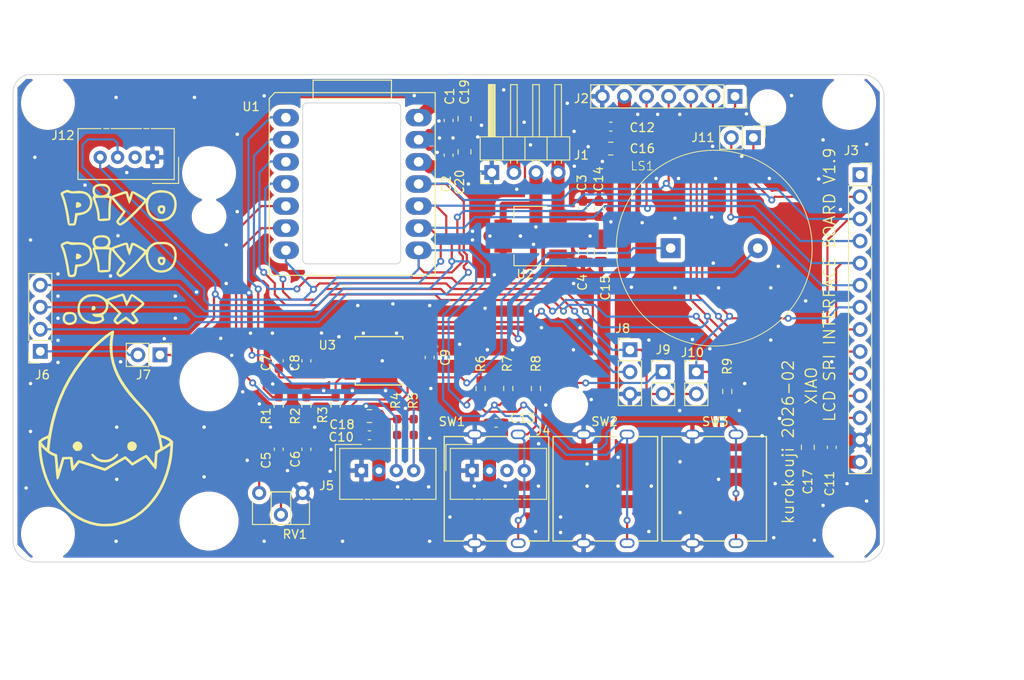
<source format=kicad_pcb>
(kicad_pcb (version 20241229) (generator "pcbnew") (generator_version "9.0")
  (layers (0 "F.Cu" signal) (2 "B.Cu" signal) (13 "F.Paste" user) (15 "B.Paste" user) (5 "F.SilkS" user "F.Silkscreen") (7 "B.SilkS" user "B.Silkscreen") (1 "F.Mask" user) (3 "B.Mask" user) (25 "Edge.Cuts" user))
  (net 0 "")
  (net 1 "+5V")
  (net 2 "GND")
  (net 3 "+3.3VP")
  (net 4 "Net-(C5-Pad1)")
  (net 5 "Net-(C6-Pad1)")
  (net 6 "Net-(C6-Pad2)")
  (net 7 "Net-(U3-VIN+)")
  (net 8 "Net-(U3-VREF)")
  (net 9 "/T_DOUT")
  (net 10 "/SDA(MOSI)")
  (net 11 "/SCL")
  (net 12 "/SDO(MISO)")
  (net 13 "/BL_EN")
  (net 14 "/RS")
  (net 15 "/RESET")
  (net 16 "/CS")
  (net 17 "Net-(U3-VOUT1)")
  (net 18 "Net-(U3-VOUT2)")
  (net 19 "Net-(U3-VIN-)")
  (net 20 "Net-(U1-PA02_A0_D0)")
  (net 21 "+3.3V")
  (net 22 "Net-(J5-Pin_3)")
  (net 23 "Net-(J5-Pin_4)")
  (net 24 "Net-(J6-Pin_1)")
  (net 25 "Net-(J8-Pin_2)")
  (net 26 "Net-(J4-Pin_4)")
  (net 29 "/T_CS(RX)")
  (net 30 "/TX")
  (net 31 "/PENIRQ")
  (footprint "lego_hole:hole_m2" (layer "F.Cu") (at 122 71.03)
    (property "Reference" "REF**" (hide yes))
    (property "Value" "hole_m2" (hide yes))
  )
  (footprint "Capacitor_SMD:C_0805_2012Metric_Pad1.18x1.45mm_HandSolder" (layer "F.Cu") (at 125.57 53.55 -90)
    (property "Reference" "C15")
    (property "Value" "47u")
  )
  (footprint "Resistor_SMD:R_0603_1608Metric_Pad0.98x0.95mm_HandSolder" (layer "F.Cu") (at 102.17 73.56 -90)
    (property "Reference" "R4")
    (property "Value" "10K")
  )
  (footprint "Resistor_SMD:R_0603_1608Metric_Pad0.98x0.95mm_HandSolder" (layer "F.Cu") (at 95.115 71.025 -90)
    (property "Reference" "R3")
    (property "Value" "47K")
  )
  (footprint "Library:20251113-02" (layer "F.Cu") (at 70.2 53.56)
    (property "Reference" "G***" (hide yes))
    (property "Value" "LOGO" (hide yes))
  )
  (footprint "UGSM23A:TVGP01-G73BB" (layer "F.Cu") (at 138.58 80.65 90)
    (property "Reference" "SW3")
    (property "Value" "SW_D7")
  )
  (footprint "Library:20251113-01" (layer "F.Cu") (at 68.955379 73.717312)
    (property "Reference" "G***" (hide yes))
    (property "Value" "LOGO" (hide yes))
  )
  (footprint "xiao ESP32C3_PCB:MOUDLE14P-SMD-2.54-21X17.8MM-S3" (layer "F.Cu") (at 88.13 56.125)
    (property "Reference" "U1")
    (property "Value" "XIAO-ESP32S3")
  )
  (footprint "Resistor_SMD:R_0603_1608Metric_Pad0.98x0.95mm_HandSolder" (layer "F.Cu") (at 114.935 69.12 -90)
    (property "Reference" "R7")
    (property "Value" "DNP")
  )
  (footprint "Connector_PinHeader_2.54mm:PinHeader_1x02_P2.54mm_Vertical" (layer "F.Cu") (at 143.08 40.3 -90)
    (property "Reference" "J11")
    (property "Value" "LCD_DIN")
  )
  (footprint "Capacitor_SMD:C_0603_1608Metric_Pad1.08x0.95mm_HandSolder" (layer "F.Cu") (at 113.54 73.06 180)
    (property "Reference" "C13")
    (property "Value" "10u")
  )
  (footprint "Connector_PinHeader_2.54mm:PinHeader_1x02_P2.54mm_Vertical" (layer "F.Cu") (at 132.715 67.215)
    (property "Reference" "J9")
    (property "Value" "SW_EN(D3)")
  )
  (footprint "footprints:NJR-DMP8_NJR" (layer "F.Cu") (at 100.0934 65.945)
    (property "Reference" "U3")
    (property "Value" "NJM2113M-ND")
  )
  (footprint "Capacitor_SMD:C_0603_1608Metric_Pad1.08x0.95mm_HandSolder" (layer "F.Cu") (at 108.085 38.3225 -90)
    (property "Reference" "C1")
    (property "Value" "0.1u")
  )
  (footprint "Resistor_SMD:R_0603_1608Metric_Pad0.98x0.95mm_HandSolder" (layer "F.Cu") (at 111.76 69.12 -90)
    (property "Reference" "R6")
    (property "Value" "DNP")
  )
  (footprint "UGSM23A:TVGP01-G73BB" (layer "F.Cu") (at 113.58 80.65 90)
    (property "Reference" "SW1")
    (property "Value" "SW_D3")
  )
  (footprint "lego_hole:hole_m2" (layer "F.Cu") (at 144.76 36.83)
    (property "Reference" "REF**" (hide yes))
    (property "Value" "hole_m2" (hide yes))
  )
  (footprint "Resistor_SMD:R_0603_1608Metric_Pad0.98x0.95mm_HandSolder" (layer "F.Cu") (at 140.08 69.4725 90)
    (property "Reference" "R9")
    (property "Value" "10K")
  )
  (footprint "Capacitor_SMD:C_0603_1608Metric_Pad1.08x0.95mm_HandSolder" (layer "F.Cu") (at 88.581 65.945 90)
    (property "Reference" "C7")
    (property "Value" "1u" (hide yes))
  )
  (footprint "Capacitor_SMD:C_0603_1608Metric_Pad1.08x0.95mm_HandSolder" (layer "F.Cu") (at 91.756 76.105 90)
    (property "Reference" "C6")
    (property "Value" "0.1u")
  )
  (footprint "Resistor_SMD:R_0603_1608Metric_Pad0.98x0.95mm_HandSolder" (layer "F.Cu") (at 88.581 71.025 -90)
    (property "Reference" "R1")
    (property "Value" "10K")
  )
  (footprint "lego_hole:hole_2" (layer "F.Cu") (at 80.58 49.36)
    (property "Reference" "REF**" (hide yes))
    (property "Value" "hole_2" (hide yes))
  )
  (footprint "lego_hole:lego_hole" (layer "F.Cu") (at 80.58 84.36)
    (property "Reference" "REF**" (hide yes))
    (property "Value" "lego_hole" (hide yes))
  )
  (footprint "Capacitor_SMD:C_0603_1608Metric_Pad1.08x0.95mm_HandSolder" (layer "F.Cu") (at 126.7075 39.0375 180)
    (property "Reference" "C12")
    (property "Value" "0.1u")
  )
  (footprint "Capacitor_SMD:C_0805_2012Metric_Pad1.18x1.45mm_HandSolder" (layer "F.Cu") (at 98.995 72.2968 180)
    (property "Reference" "C18")
    (property "Value" "47u")
  )
  (footprint "Connector_PinHeader_2.54mm:PinHeader_1x02_P2.54mm_Vertical" (layer "F.Cu") (at 74.945 65.265 -90)
    (property "Reference" "J7")
    (property "Value" "SD_CS")
  )
  (footprint "Connector:NS-Tech_Grove_1x04_P2mm_Vertical" (layer "F.Cu") (at 110.78 78.56 90)
    (property "Reference" "J4")
    (property "Value" "PIR")
  )
  (footprint "Connector_PinHeader_2.54mm:PinHeader_1x04_P2.54mm_Horizontal" (layer "F.Cu") (at 113.04 44.31 90)
    (property "Reference" "J1")
    (property "Value" "POWER")
  )
  (footprint "UGSM23A:UGSM23A" (layer "F.Cu") (at 138.58 53 90)
    (property "Reference" "LS1")
    (property "Value" "UGSM23A")
  )
  (footprint "lego_hole:lego_hole" (layer "F.Cu") (at 80.58 68.36)
    (property "Reference" "REF**" (hide yes))
    (property "Value" "lego_hole" (hide yes))
  )
  (footprint "Capacitor_SMD:C_0603_1608Metric_Pad1.08x0.95mm_HandSolder" (layer "F.Cu") (at 123.506 48.451065 90)
    (property "Reference" "C3")
    (property "Value" "0.1u")
  )
  (footprint "Connector_PinSocket_2.54mm:PinSocket_1x04_P2.54mm_Vertical" (layer "F.Cu") (at 61.2 64.86 180)
    (property "Reference" "J6")
    (property "Value" "LCD SD 4P")
  )
  (footprint "Capacitor_SMD:C_0603_1608Metric_Pad1.08x0.95mm_HandSolder" (layer "F.Cu") (at 91.756 65.945 90)
    (property "Reference" "C8")
    (property "Value" "4.7u")
  )
  (footprint "Capacitor_SMD:C_0603_1608Metric_Pad1.08x0.95mm_HandSolder" (layer "F.Cu") (at 98.995 74.501 180)
    (property "Reference" "C10")
    (property "Value" "0.1u")
  )
  (footprint "Resistor_SMD:R_0603_1608Metric_Pad0.98x0.95mm_HandSolder" (layer "F.Cu") (at 118.11 69.12 -90)
    (property "Reference" "R8")
    (property "Value" "DNP")
  )
  (footprint "UGSM23A:TVGP01-G73BB" (layer "F.Cu") (at 126.08 80.65 90)
    (property "Reference" "SW2")
    (property "Value" "SW_D9")
  )
  (footprint "Capacitor_SMD:C_0603_1608Metric_Pad1.08x0.95mm_HandSolder" (layer "F.Cu") (at 123.506 53.4775 -90)
    (property "Reference" "C4")
    (property "Value" "0.1u")
  )
  (footprint "Capacitor_SMD:C_0805_2012Metric_Pad1.18x1.45mm_HandSolder" (layer "F.Cu") (at 109.91 41.9275 90)
    (property "Reference" "C20")
    (property "Value" "47u")
  )
  (footprint "lego_hole:hole_m3" (layer "F.Cu") (at 154.08 36.31)
    (property "Reference" "REF**" (hide yes))
    (property "Value" "hole_m3" (hide yes))
  )
  (footprint "Resistor_SMD:R_0603_1608Metric_Pad0.98x0.95mm_HandSolder" (layer "F.Cu") (at 104.075 73.56 -90)
    (property "Reference" "R5")
    (property "Value" "10K")
  )
  (footprint "Connector:NS-Tech_Grove_1x04_P2mm_Vertical" (layer "F.Cu") (at 74.08 42.56 -90)
    (property "Reference" "J12")
    (property "Value" "GROVE TX/RX")
  )
  (footprint "Capacitor_SMD:C_0805_2012Metric_Pad1.18x1.45mm_HandSolder" (layer "F.Cu") (at 109.91 38.12 -90)
    (property "Reference" "C19")
    (property "Value" "47u")
  )
  (footprint "Connector_PinSocket_2.54mm:PinSocket_1x14_P2.54mm_Vertical" (layer "F.Cu") (at 155.33 44.56)
    (property "Reference" "J3")
    (property "Value" "Conn_01x14_Socket")
  )
  (footprint "Resistor_SMD:R_0603_1608Metric_Pad0.98x0.95mm_HandSolder" (layer "F.Cu") (at 91.756 71.025 90)
    (property "Reference" "R2")
    (property "Value" "10K")
  )
  (footprint "lego_hole:hole_m3" (layer "F.Cu") (at 80.58 44.36)
    (property "Reference" "REF**" (hide yes))
    (property "Value" "hole_m3" (hide yes))
  )
  (footprint "Connector_PinHeader_2.54mm:PinHeader_1x02_P2.54mm_Vertical" (layer "F.Cu") (at 136.525 67.215)
    (property "Reference" "J10")
    (property "Value" "BL_EN(D3)")
  )
  (footprint "Capacitor_SMD:C_0805_2012Metric_Pad1.18x1.45mm_HandSolder" (layer "F.Cu") (at 126.7075 41.56 180)
    (property "Reference" "C16")
    (property "Value" "47u")
  )
  (footprint "Connector_PinSocket_2.54mm:PinSocket_1x07_P2.54mm_Vertical" (layer "F.Cu") (at 140.97 35.56 -90)
    (property "Reference" "J2")
    (property "Value" "1.9 LCD 7P")
  )
  (footprint "Capacitor_SMD:C_0603_1608Metric_Pad1.08x0.95mm_HandSolder" (layer "F.Cu") (at 152.08 75.8825 90)
    (property "Reference" "C11")
    (property "Value" "0.1u")
  )
  (footprint "Package_TO_SOT_SMD:SOT-223" (layer "F.Cu") (at 117.5 51.61 180)
    (property "Reference" "U2")
    (property "Value" "AZ1117CH-3.3TRG1")
  )
  (footprint "Capacitor_SMD:C_0603_1608Metric_Pad1.08x0.95mm_HandSolder" (layer "F.Cu") (at 108.085 42.3175 90)
    (property "Reference" "C2")
    (property "Value" "0.1u")
  )
  (footprint "Connector_PinHeader_2.54mm:PinHeader_1x03_P2.54mm_Vertical" (layer "F.Cu") (at 128.905 64.68)
    (property "Reference" "J8")
    (property "Value" "SP_EN(D3)")
  )
  (footprint "Capacitor_SMD:C_0603_1608Metric_Pad1.08x0.95mm_HandSolder" (layer "F.Cu") (at 125.34 48.47 90)
    (property "Reference" "C14")
    (property "Value" "10u")
  )
  (footprint "lego_hole:hole_m3" (layer "F.Cu") (at 62.08 85.81)
    (property "Reference" "REF**" (hide yes))
    (property "Value" "hole_m3" (hide yes))
  )
  (footprint "Capacitor_SMD:C_0603_1608Metric_Pad1.08x0.95mm_HandSolder" (layer "F.Cu") (at 88.581 76.105 -90)
    (property "Reference" "C5")
    (property "Value" "1000P")
  )
  (footprint "Potentiometer_THT:Potentiometer_ACP_CA6-H2,5_Horizontal" (layer "F.Cu") (at 91.335 81.13 -90)
    (property "Reference" "RV1")
    (property "Value" "10K")
  )
  (footprint "lego_hole:hole_m3" (layer "F.Cu") (at 62.08 36.31)
    (property "Reference" "REF**" (hide yes))
    (property "Value" "hole_m3" (hide yes))
  )
  (footprint "Connector:NS-Tech_Grove_1x04_P2mm_Vertical" (layer "F.Cu") (at 98.08 78.56 90)
    (property "Reference" "J5")
    (property "Value" "GROVE I2C")
  )
  (footprint "Capacitor_SMD:C_0805_2012Metric_Pad1.18x1.45mm_HandSolder" (layer "F.Cu") (at 149.33 75.8825 90)
    (property "Reference" "C17")
    (property "Value" "47u")
  )
  (footprint "Capacitor_SMD:C_0603_1608Metric_Pad1.08x0.95mm_HandSolder" (layer "F.Cu") (at 105.91 65.56 90)
    (property "Reference" "C9")
    (property "Value" "10u")
  )
  (footprint "lego_hole:hole_m3" (layer "F.Cu") (at 154.08 85.81)
    (property "Reference" "REF**" (hide yes))
    (property "Value" "hole_m3" (hide yes))
  )
  (gr_line (start 91.83 54.81) (end 102.08 54.81) (stroke (width 0.1)) (layer "Edge.Cuts"))
  (gr_arc (start 155.58 33.06) (mid 157.347767 33.792233) (end 158.08 35.56) (stroke (width 0.1)) (layer "Edge.Cuts"))
  (gr_line (start 102.58 54.31) (end 102.58 36.81) (stroke (width 0.1)) (layer "Edge.Cuts"))
  (gr_line (start 58.08 35.06) (end 58.08 86.56) (stroke (width 0.1)) (layer "Edge.Cuts"))
  (gr_line (start 102.08 36.31) (end 91.83 36.31) (stroke (width 0.1)) (layer "Edge.Cuts"))
  (gr_arc (start 102.58 54.31) (mid 102.433553 54.663553) (end 102.08 54.81) (stroke (width 0.1)) (layer "Edge.Cuts"))
  (gr_line (start 60.58 89.06) (end 155.58 89.06) (stroke (width 0.1)) (layer "Edge.Cuts"))
  (gr_line (start 155.58 33.06) (end 60.08 33.06) (stroke (width 0.1)) (layer "Edge.Cuts"))
  (gr_arc (start 91.83 54.81) (mid 91.476447 54.663553) (end 91.33 54.31) (stroke (width 0.1)) (layer "Edge.Cuts"))
  (gr_arc (start 102.08 36.31) (mid 102.433553 36.456447) (end 102.58 36.81) (stroke (width 0.1)) (layer "Edge.Cuts"))
  (gr_arc (start 91.33 36.81) (mid 91.476447 36.456447) (end 91.83 36.31) (stroke (width 0.1)) (layer "Edge.Cuts"))
  (gr_arc (start 158.08 86.56) (mid 157.347767 88.327767) (end 155.58 89.06) (stroke (width 0.1)) (layer "Edge.Cuts"))
  (gr_arc (start 58.08 35.06) (mid 58.665786 33.645786) (end 60.08 33.06) (stroke (width 0.1)) (layer "Edge.Cuts"))
  (gr_line (start 91.33 36.81) (end 91.33 54.31) (stroke (width 0.1)) (layer "Edge.Cuts"))
  (gr_line (start 158.08 86.56) (end 158.08 35.56) (stroke (width 0.1)) (layer "Edge.Cuts"))
  (gr_arc (start 60.58 89.06) (mid 58.812233 88.327767) (end 58.08 86.56) (stroke (width 0.1)) (layer "Edge.Cuts"))
  (gr_text "  XIAO\nLCD SPI INTERFACE BOARD V1.9" (at 152.58 73.06 90) (layer "F.SilkS") (effects (font (size 1.3 1.3)) (justify left bottom)))
  (gr_text "kurokouji 2026-02" (at 147.83 84.81 90) (layer "F.SilkS") (effects (font (size 1.3 1.3)) (justify left bottom)))
  (segment (start 120.65 44.31) (end 120.65 49.31) (width 1.5) (layer "F.Cu") (net 1))
  (segment (start 125.321065 49.313565) (end 125.34 49.3325) (width 0.25) (layer "F.Cu") (net 1))
  (segment (start 120.66 38.02) (end 119.33 36.69) (width 1.5) (layer "F.Cu") (net 1))
  (segment (start 119.33 36.69) (end 108.595 36.69) (width 1.5) (layer "F.Cu") (net 1))
  (segment (start 108.595 36.69) (end 106.055 36.69) (width 1.5) (layer "F.Cu") (net 1))
  (segment (start 123.502435 49.31) (end 123.506 49.313565) (width 1) (layer "F.Cu") (net 1))
  (segment (start 123.506 49.313565) (end 125.321065 49.313565) (width 0.8) (layer "F.Cu") (net 1))
  (segment (start 120.66 44.31) (end 120.66 38.02) (width 1.5) (layer "F.Cu") (net 1))
  (segment (start 120.65 49.31) (end 123.502435 49.31) (width 1) (layer "F.Cu") (net 1))
  (segment (start 106.055 36.69) (end 104.785 37.96) (width 1.5) (layer "F.Cu") (net 1))
  (segment (start 124.53 61.24) (end 124.53 61.2) (width 0.25) (layer "F.Cu") (net 2))
  (segment (start 127.405 68.18) (end 127.405 63.18) (width 0.25) (layer "F.Cu") (net 2))
  (segment (start 87.34 57.34) (end 87.34 62.25) (width 0.25) (layer "F.Cu") (net 2))
  (segment (start 109.91 40.89) (end 110.58 40.22) (width 0.5) (layer "F.Cu") (net 2))
  (segment (start 105.2975 65.31) (end 105.91 64.6975) (width 0.25) (layer "F.Cu") (net 2))
  (segment (start 116.85 42.405) (end 117.485 41.77) (width 0.25) (layer "F.Cu") (net 2))
  (segment (start 152.08 75.02) (end 155.31 75.02) (width 1.5) (layer "F.Cu") (net 2))
  (segment (start 146.095 75.02) (end 152.08 75.02) (width 1) (layer "F.Cu") (net 2))
  (segment (start 104.89 40.67) (end 104.89 40.42) (width 0.5) (layer "F.Cu") (net 2))
  (segment (start 86.76 56.76) (end 87.34 57.34) (width 0.25) (layer "F.Cu") (net 2))
  (segment (start 105.75 39.56) (end 106.58 39.56) (width 0.5) (layer "F.Cu") (net 2))
  (segment (start 123.63 62.14) (end 124.53 61.24) (width 0.25) (layer "F.Cu") (net 2))
  (segment (start 124.64 61.09) (end 124.64 57.395) (width 0.25) (layer "F.Cu") (net 2))
  (segment (start 111.48 40.22) (end 111.86 39.84) (width 0.25) (layer "F.Cu") (net 2))
  (segment (start 109.66 40.34) (end 108.59 40.34) (width 0.5) (layer "F.Cu") (net 2))
  (segment (start 111.43 40.22) (end 111.48 40.22) (width 0.5) (layer "F.Cu") (net 2))
  (segment (start 111.86 39.84) (end 111.86 38.88) (width 0.25) (layer "F.Cu") (net 2))
  (segment (start 98.6118 71.1538) (end 98.7642 71.0014) (width 0.5) (layer "F.Cu") (net 2))
  (segment (start 113.675 46.85) (end 116.215 46.85) (width 0.25) (layer "F.Cu") (net 2))
  (segment (start 113.04 44.31) (end 113.04 46.215) (width 0.25) (layer "F.Cu") (net 2))
  (segment (start 116.85 46.215) (end 116.85 42.405) (width 0.25) (layer "F.Cu") (net 2))
  (segment (start 106.475 41.56) (end 105.78 41.56) (width 0.5) (layer "F.Cu") (net 2))
  (segment (start 105.78 41.56) (end 104.89 40.67) (width 0.5) (layer "F.Cu") (net 2))
  (segment (start 103.587 62.14) (end 118.745 62.14) (width 0.5) (layer "F.Cu") (net 2))
  (segment (start 117.485 41.77) (end 117.485 41.135) (width 0.25) (layer "F.Cu") (net 2))
  (segment (start 109.91 40.89) (end 109.91 40.67) (width 0.25) (layer "F.Cu") (net 2))
  (segment (start 110.58 40.22) (end 111.43 40.22) (width 0.5) (layer "F.Cu") (net 2))
  (segment (start 116.215 46.85) (end 116.85 46.215) (width 0.25) (layer "F.Cu") (net 2))
  (segment (start 98.7642 71.0014) (end 102.7274 71.0014) (width 0.5) (layer "F.Cu") (net 2))
  (segment (start 109.345 41.455) (end 109.91 40.89) (width 0.5) (layer "F.Cu") (net 2))
  (segment (start 104.89 40.42) (end 105.75 39.56) (width 0.5) (layer "F.Cu") (net 2))
  (segment (start 108.085 41.455) (end 109.345 41.455) (width 0.5) (layer "F.Cu") (net 2))
  (segment (start 124.305 57.06) (end 122.436 57.06) (width 0.25) (layer "F.Cu") (net 2))
  (segment (start 85.16 56.54) (end 85.67 56.03) (width 0.25) (layer "F.Cu") (net 2))
  (segment (start 103.37 65.31) (end 105.2975 65.31) (width 0.25) (layer "F.Cu") (net 2))
  (segment (start 102.957 62.77) (end 103.587 62.14) (width 0.5) (layer "F.Cu") (net 2))
  (segment (start 155.31 75.02) (end 155.33 75.04) (width 1) (layer "F.Cu") (net 2))
  (segment (start 124.64 57.395) (end 124.305 57.06) (width 0.25) (layer "F.Cu") (net 2))
  (segment (start 97.9575 71.8081) (end 98.6118 71.1538) (width 0.5) (layer "F.Cu") (net 2))
  (segment (start 109.91 40.67) (end 109.95 40.63) (width 0.25) (layer "F.Cu") (net 2))
  (segment (start 124.53 61.2) (end 124.64 61.09) (width 0.25) (layer "F.Cu") (net 2))
  (segment (start 102.7274 71.0014) (end 103.132 71.406) (width 0.5) (layer "F.Cu") (net 2))
  (segment (start 113.04 46.215) (end 113.675 46.85) (width 0.25) (layer "F.Cu") (net 2))
  (segment (start 85.16 58.13) (end 85.16 56.54) (width 0.25) (layer "F.Cu") (net 2))
  (segment (start 127.405 63.18) (end 127.505 63.08) (width 0.25) (layer "F.Cu") (net 2))
  (segment (start 97.9575 72.2968) (end 97.9575 71.8081) (width 0.5) (layer "F.Cu") (net 2))
  (segment (start 108.59 40.34) (end 107.03 40.34) (width 0.5) (layer "F.Cu") (net 2))
  (segment (start 87.34 62.25) (end 87.86 62.77) (width 0.25) (layer "F.Cu") (net 2))
  (segment (start 86.4 56.76) (end 86.76 56.76) (width 0.25) (layer "F.Cu") (net 2))
  (segment (start 109.95 40.63) (end 109.66 40.34) (width 0.25) (layer "F.Cu") (net 2))
  (segment (start 102.1 62.77) (end 102.957 62.77) (width 0.5) (layer "F.Cu") (net 2))
  (segment (start 106.58 41.455) (end 106.475 41.56) (width 0.5) (layer "F.Cu") (net 2))
  (segment (start 85.67 56.03) (end 86.4 56.76) (width 0.25) (layer "F.Cu") (net 2))
  (segment (start 123.19 62.14) (end 123.63 62.14) (width 0.25) (layer "F.Cu") (net 2))
  (via (at 145.94 55.09) (size 0.8) (drill 0.4) (layers "F.Cu" "B.Cu") (net 2))
  (via (at 126.72 49.97) (size 0.8) (drill 0.4) (layers "F.Cu" "B.Cu") (net 2))
  (via (at 123.19 62.14) (size 0.8) (drill 0.4) (layers "F.Cu" "B.Cu") (net 2))
  (via (at 144.08 74.56) (size 0.8) (drill 0.4) (layers "F.Cu" "B.Cu") (net 2))
  (via (at 138.4 41.3) (size 0.8) (drill 0.4) (layers "F.Cu" "B.Cu") (net 2))
  (via (at 82.55 57.06) (size 0.8) (drill 0.4) (layers "F.Cu" "B.Cu") (net 2))
  (via (at 134.656 83.386) (size 0.8) (drill 0.4) (layers "F.Cu" "B.Cu") (net 2))
  (via (at 145.58 80.06) (size 0.8) (drill 0.4) (layers "F.Cu" "B.Cu") (net 2))
  (via (at 153.08 48.56) (size 0.8) (drill 0.4) (layers "F.Cu" "B.Cu") (net 2))
  (via (at 134.62 71.665) (size 0.8) (drill 0.4) (layers "F.Cu" "B.Cu") (net 2))
  (via (at 105.91 74.835) (size 0.8) (drill 0.4) (layers "F.Cu" "B.Cu") (net 2))
  (via (at 100.465 65.945) (size 0.8) (drill 0.4) (layers "F.Cu" "B.Cu") (net 2))
  (via (at 111.86 38.88) (size 0.8) (drill 0.4) (layers "F.Cu" "B.Cu") (net 2))
  (via (at 80.01 79.28) (size 0.8) (drill 0.4) (layers "F.Cu" "B.Cu") (net 2))
  (via (at 131.08 63.56) (size 0.8) (drill 0.4) (layers "F.Cu" "B.Cu") (net 2))
  (via (at 125.74 43.04) (size 0.8) (drill 0.4) (layers "F.Cu" "B.Cu") (net 2))
  (via (at 146.08 72.56) (size 0.8) (drill 0.4) (layers "F.Cu" "B.Cu") (net 2))
  (via (at 97.655 59.595) (size 0.8) (drill 0.4) (layers "F.Cu" "B.Cu") (net 2))
  (via (at 84.44 69.51) (size 0.8) (drill 0.4) (layers "F.Cu" "B.Cu") (net 2))
  (via (at 105.91 59.595) (size 0.8) (drill 0.4) (layers "F.Cu" "B.Cu") (net 2))
  (via (at 131.08 85.56) (size 0.8) (drill 0.4) (layers "F.Cu" "B.Cu") (net 2))
  (via (at 63.235 58.51) (size 0.8) (drill 0.4) (layers "F.Cu" "B.Cu") (net 2))
  (via (at 142.285 37.575) (size 0.8) (drill 0.4) (layers "F.Cu" "B.Cu") (net 2))
  (via (at 69.26 56.19) (size 0.8) (drill 0.4) (layers "F.Cu" "B.Cu") (net 2))
  (via (at 118.08 85.56) (size 0.8) (drill 0.4) (layers "F.Cu" "B.Cu") (net 2))
  (via (at 139.08 57.56) (size 0.8) (drill 0.4) (layers "F.Cu" "B.Cu") (net 2))
  (via (at 102.1 62.77) (size 0.8) (drill 0.4) (layers "F.Cu" "B.Cu") (net 2))
  (via (at 90.09 66.87) (size 0.8) (drill 0.4) (layers "F.Cu" "B.Cu") (net 2))
  (via (at 106.78 41.99) (size 0.8) (drill 0.4) (layers "F.Cu" "B.Cu") (net 2))
  (via (at 139.08 79.56) (size 0.8) (drill 0.4) (layers "F.Cu" "B.Cu") (net 2))
  (via (at 60.08 74.06) (size 0.8) (drill 0.4) (layers "F.Cu" "B.Cu") (net 2))
  (via (at 118.4 80.338) (size 0.8) (drill 0.4) (layers "F.Cu" "B.Cu") (net 2))
  (via (at 134.656 77.544) (size 0.8) (drill 0.4) (layers "F.Cu" "B.Cu") (net 2))
  (via (at 114.41 34.81) (size 0.8) (drill 0.4) (layers "F.Cu" "B.Cu") (net 2))
  (via (at 151.08 40.56) (size 0.8) (drill 0.4) (layers "F.Cu" "B.Cu") (net 2))
  (via (at 122.49 39.58) (size 0.8) (drill 0.4) (layers "F.Cu" "B.Cu") (net 2))
  (via (at 138.475 54.72) (size 0.8) (drill 0.4) (layers "F.Cu" "B.Cu") (net 2))
  (via (at 87.63 73.57) (size 0.8) (drill 0.4) (layers "F.Cu" "B.Cu") (net 2))
  (via (at 109.355 64.04) (size 0.8) (drill 0.4) (layers "F.Cu" "B.Cu") (net 2))
  (via (at 116.76 38.53) (size 0.8) (drill 0.4) (layers "F.Cu" "B.Cu") (net 2))
  (via (at 114.59 80.338) (size 0.8) (drill 0.4) (layers "F.Cu" "B.Cu") (net 2))
  (via (at 117.475 60.235) (size 0.8) (drill 0.4) (layers "F.Cu" "B.Cu") (net 2))
  (via (at 129.081 57.4925) (size 0.8) (drill 0.4) (layers "F.Cu" "B.Cu") (net 2))
  (via (at 124.46 70.395) (size 0.8) (drill 0.4) (layers "F.Cu" "B.Cu") (net 2))
  (via (at 84.955 77.375) (size 0.8) (drill 0.4) (layers "F.Cu" "B.Cu") (net 2))
  (via (at 76.705 58.51) (size 0.8) (drill 0.4) (layers "F.Cu" "B.Cu") (net 2))
  (via (at 156.08 41.06) (size 0.8) (drill 0.4) (layers "F.Cu" "B.Cu") (net 2))
  (via (at 134.485 44.99) (size 0.8) (drill 0.4) (layers "F.Cu" "B.Cu") (net 2))
  (via (at 127.544 77.036) (size 0.8) (drill 0.4) (layers "F.Cu" "B.Cu") (net 2))
  (via (at 70.42 66.06) (size 0.8) (drill 0.4) (layers "F.Cu" "B.Cu") (net 2))
  (via (at 108.24 83.894) (size 0.8) (drill 0.4) (layers "F.Cu" "B.Cu") (net 2))
  (via (at 104.14 35.465) (size 0.8) (drill 0.4) (layers "F.Cu" "B.Cu") (net 2))
  (via (at 110.355 45.625) (size 0.8) (drill 0.4) (layers "F.Cu" "B.Cu") (net 2))
  (via (at 95.905 86.68) (size 0.8) (drill 0.4) (layers "F.Cu" "B.Cu") (net 2))
  (via (at 151.08 82.56) (size 0.8) (drill 0.4) (layers "F.Cu" "B.Cu") (net 2))
  (via (at 149.08 59.06) (size 0.8) (drill 0.4) (layers "F.Cu" "B.Cu") (net 2))
  (via (at 69.985 79.56) (size 0.8) (drill 0.4) (layers "F.Cu" "B.Cu") (net 2))
  (via (at 141.74 42.45) (size 0.8) (drill 0.4) (layers "F.Cu" "B.Cu") (net 2))
  (via (at 95.49 63.18) (size 0.8) (drill 0.4) (layers "F.Cu" "B.Cu") (net 2))
  (via (at 120.94 85.672) (size 0.8) (drill 0.4) (layers "F.Cu" "B.Cu") (net 2))
  (via (at 122.436 57.06) (size 0.8) (drill 0.4) (layers "F.Cu" "B.Cu") (net 2))
  (via (at 98.29 62.77) (size 0.8) (drill 0.4) (layers "F.Cu" "B.Cu") (net 2))
  (via (at 86.905 86.68) (size 0.8) (drill 0.4) (layers "F.Cu" "B.Cu") (net 2))
  (via (at 85.336 62.77) (size 0.8) (drill 0.4) (layers "F.Cu" "B.Cu") (net 2))
  (via (at 145.08 57.56) (size 0.8) (drill 0.4) (layers "F.Cu" "B.Cu") (net 2))
  (via (at 97.036 69.374) (size 0.8) (drill 0.4) (layers "F.Cu" "B.Cu") (net 2))
  (via (at 124.11 41.34) (size 0.8) (drill 0.4) (layers "F.Cu" "B.Cu") (net 2))
  (via (at 93.49 62.75) (size 0.8) (drill 0.4) (layers "F.Cu" "B.Cu") (net 2))
  (via (at 110.83 51.06) (size 0.8) (drill 0.4) (layers "F.Cu" "B.Cu") (net 2))
  (via (at 94.48 78.645) (size 0.8) (drill 0.4) (layers "F.Cu" "B.Cu") (net 2))
  (via (at 60.58 42.56) (size 0.8) (drill 0.4) (layers "F.Cu" "B.Cu") (net 2))
  (via (at 103.132 71.406) (size 0.8) (drill 0.4) (layers "F.Cu" "B.Cu") (net 2))
  (via (at 101.69 59.41) (size 0.8) (drill 0.4) (layers "F.Cu" "B.Cu") (net 2))
  (via (at 86.352 70.898) (size 0.8) (drill 0.4) (layers "F.Cu" "B.Cu") (net 2))
  (via (at 122.52 43.58) (size 0.8) (drill 0.4) (layers "F.Cu" "B.Cu") (net 2))
  (via (at 83.82 39.915) (size 0.8) (drill 0.4) (layers "F.Cu" "B.Cu") (net 2))
  (via (at 138.746 44.99) (size 0.8) (drill 0.4) (layers "F.Cu" "B.Cu") (net 2))
  (via (at 131.354 80.338) (size 0.8) (drill 0.4) (layers "F.Cu" "B.Cu") (net 2))
  (via (at 70.12 51.57) (size 0.8) (drill 0.4) (layers "F.Cu" "B.Cu") (net 2))
  (via (at 147.455 35.465) (size 0.8) (drill 0.4) (layers "F.Cu" "B.Cu") (net 2))
  (via (at 63.235 63.59) (size 0.8) (drill 0.4) (layers "F.Cu" "B.Cu") (net 2))
  (via (at 121.71 36.35) (size 0.8) (drill 0.4) (layers "F.Cu" "B.Cu") (net 2))
  (via (at 127.544 80.338) (size 0.8) (drill 0.4) (layers "F.Cu" "B.Cu") (net 2))
  (via (at 85.16 58.13) (size 0.8) (drill 0.4) (layers "F.Cu" "B.Cu") (net 2))
  (via (at 86.905 35.4925) (size 0.8) (drill 0.4) (layers "F.Cu" "B.Cu") (net 2))
  (via (at 134.08 57.56) (size 0.8) (drill 0.4) (layers "F.Cu" "B.Cu") (net 2))
  (via (at 110.83 52.06) (size 0.8) (drill 0.4) (layers "F.Cu" "B.Cu") (net 2))
  (via (at 120.94 83.894) (size 0.8) (drill 0.4) (layers "F.Cu" "B.Cu") (net 2))
  (via (at 118.745 62.14) (size 0.8) (drill 0.4) (layers "F.Cu" "B.Cu") (net 2))
  (via (at 76.705 61.05) (size 0.8) (drill 0.4) (layers "F.Cu" "B.Cu") (net 2))
  (via (at 63.235 55.97) (size 0.8) (drill 0.4) (layers "F.Cu" "B.Cu") (net 2))
  (via (at 138.08 64.56) (size 0.8) (drill 0.4) (layers "F.Cu" "B.Cu") (net 2))
  (via (at 102.235 80.428) (size 0.8) (drill 0.4) (layers "F.Cu" "B.Cu") (net 2))
  (via (at 152.08 66.06) (size 0.8) (drill 0.4) (layers "F.Cu" "B.Cu") (net 2))
  (via (at 108.59 40.34) (size 0.8) (drill 0.4) (layers "F.Cu" "B.Cu") (net 2))
  (via (at 138.295 49.435) (size 0.8) (drill 0.4) (layers "F.Cu" "B.Cu") (net 2))
  (via (at 123.988 77.798) (size 0.8) (drill 0.4) (layers "F.Cu" "B.Cu") (net 2))
  (via (at 94.59 76.14) (size 0.8) (drill 0.4) (layers "F.Cu" "B.Cu") (net 2))
  (via (at 79.14 58.05) (size 0.8) (drill 0.4) (layers "F.Cu" "B.Cu") (net 2))
  (via (at 118.426 75.47) (size 0.8) (drill 0.4) (layers "F.Cu" "B.Cu") (net 2))
  (via (at 134.08 49.56) (size 0.8) (drill 0.4) (layers "F.Cu" "B.Cu") (net 2))
  (via (at 130.31 50.07) (size 0.8) (drill 0.4) (layers "F.Cu" "B.Cu") (net 2))
  (via (at 87.892 68.612) (size 0.8) (drill 0.4) (layers "F.Cu" "B.Cu") (net 2))
  (via (at 134.628 37.624) (size 0.8) (drill 0.4) (layers "F.Cu" "B.Cu") (net 2))
  (via (at 82.55 52.615) (size 0.8) (drill 0.4) (layers "F.Cu" "B.Cu") (net 2))
  (via (at 75.435 63.405) (size 0.8) (drill 0.4) (layers "F.Cu" "B.Cu") (net 2))
  (via (at 59.58 80.56) (size 0.8) (drill 0.4) (layers "F.Cu" "B.Cu") (net 2))
  (via (at 69.905 86.68) (size 0.8) (drill 0.4) (layers "F.Cu" "B.Cu") (net 2))
  (via (at 111.43 40.22) (size 0.8) (drill 0.4) (layers "F.Cu" "B.Cu") (net 2))
  (via (at 81.925 63.36) (size 0.8) (drill 0.4) (layers "F.Cu" "B.Cu") (net 2))
  (via (at 69.985 73.565) (size 0.8) (drill 0.4) (layers "F.Cu" "B.Cu") (net 2))
  (via (at 112.27 59.91) (size 0.8) (drill 0.4) (layers "F.Cu" "B.Cu") (net 2))
  (via (at 129.802 37.624) (size 0.8) (drill 0.4) (layers "F.Cu" "B.Cu") (net 2))
  (via (at 145.415 86.27) (size 0.8) (drill 0.4) (layers "F.Cu" "B.Cu") (net 2))
  (via (at 100.846 69.374) (size 0.8) (drill 0.4) (layers "F.Cu" "B.Cu") (net 2))
  (via (at 83.812 48.8) (size 0.8) (drill 0.4) (layers "F.Cu" "B.Cu") (net 2))
  (via (at 89.58 78.56) (size 0.8) (drill 0.4) (layers "F.Cu" "B.Cu") (net 2))
  (via (at 63.235 66.13) (size 0.8) (drill 0.4) (layers "F.Cu" "B.Cu") (net 2))
  (via (at 71.13 44.31) (size 0.8) (drill 0.4) (layers "F.Cu" "B.Cu") (net 2))
  (via (at 106.97 38.39) (size 0.8) (drill 0.4) (layers "F.Cu" "B.Cu") (net 2))
  (via (at 141.47 71.66) (size 0.8) (drill 0.4) (layers "F.Cu" "B.Cu") (net 2))
  (via (at 112.53 64.675) (size 0.8) (drill 0.4) (layers "F.Cu" "B.Cu") (net 2))
  (via (at 145.08 63.56) (size 0.8) (drill 0.4) (layers "F.Cu" "B.Cu") (net 2))
  (via (at 113.33 56.06) (size 0.8) (drill 0.4) (layers "F.Cu" "B.Cu") (net 2))
  (via (at 131.945 44.99) (size 0.8) (drill 0.4) (layers "F.Cu" "B.Cu") (net 2))
  (via (at 78.905 35.68) (size 0.8) (drill 0.4) (layers "F.Cu" "B.Cu") (net 2))
  (via (at 115.435 64.675) (size 0.8) (drill 0.4) (layers "F.Cu" "B.Cu") (net 2))
  (via (at 80.01 73.56) (size 0.8) (drill 0.4) (layers "F.Cu" "B.Cu") (net 2))
  (via (at 93.734 69.374) (size 0.8) (drill 0.4) (layers "F.Cu" "B.Cu") (net 2))
  (via (at 83.185 65.315) (size 0.8) (drill 0.4) (layers "F.Cu" "B.Cu") (net 2))
  (via (at 107.03 40.34) (size 0.8) (drill 0.4) (layers "F.Cu" "B.Cu") (net 2))
  (via (at 106.045 69.12) (size 0.8) (drill 0.4) (layers "F.Cu" "B.Cu") (net 2))
  (via (at 115.91 46.23) (size 0.8) (drill 0.4) (layers "F.Cu" "B.Cu") (net 2))
  (via (at 119.245 71.025) (size 0.8) (drill 0.4) (layers "F.Cu" "B.Cu") (net 2))
  (via (at 117.485 41.135) (size 0.8) (drill 0.4) (layers "F.Cu" "B.Cu") (net 2))
  (via (at 63.235 61.05) (size 0.8) (drill 0.4) (layers "F.Cu" "B.Cu") (net 2))
  (via (at 87.86 62.77) (size 0.8) (drill 0.4) (layers "F.Cu" "B.Cu") (net 2))
  (via (at 105.905 86.68) (size 0.8) (drill 0.4) (layers "F.Cu" "B.Cu") (net 2))
  (via (at 123.988 80.338) (size 0.8) (drill 0.4) (layers "F.Cu" "B.Cu") (net 2))
  (via (at 132.088 37.624) (size 0.8) (drill 0.4) (layers "F.Cu" "B.Cu") (net 2))
  (via (at 105.791 80.428) (size 0.8) (drill 0.4) (layers "F.Cu" "B.Cu") (net 2))
  (via (at 150.08 86.56) (size 0.8) (drill 0.4) (layers "F.Cu" "B.Cu") (net 2))
  (via (at 153.83 80.06) (size 0.8) (drill 0.4) (layers "F.Cu" "B.Cu") (net 2))
  (via (at 60.08 52.06) (size 0.8) (drill 0.4) (layers "F.Cu" "B.Cu") (net 2))
  (via (at 66.335 45.76) (size 0.8) (drill 0.4) (layers "F.Cu" "B.Cu") (net 2))
  (via (at 122.42 64.675) (size 0.8) (drill 0.4) (layers "F.Cu" "B.Cu") (net 2))
  (via (at 98.6118 71.1538) (size 0.8) (drill 0.4) (layers "F.Cu" "B.Cu") (net 2))
  (via (at 156.08 82.06) (size 0.8) (drill 0.4) (layers "F.Cu" "B.Cu") (net 2))
  (via (at 136.08 63.4925) (size 0.8) (drill 0.4) (layers "F.Cu" "B.Cu") (net 2))
  (via (at 142.08 68.56) (size 0.8) (drill 0.4) (layers "F.Cu" "B.Cu") (net 2))
  (via (at 69.905 35.68) (size 0.8) (drill 0.4) (layers "F.Cu" "B.Cu") (net 2))
  (via (at 150.58 45.06) (size 0.8) (drill 0.4) (layers "F.Cu" "B.Cu") (net 2))
  (via (at 111.034 80.338) (size 0.8) (drill 0.4) (layers "F.Cu" "B.Cu") (net 2))
  (via (at 92.71 73.57) (size 0.8) (drill 0.4) (layers "F.Cu" "B.Cu") (net 2))
  (via (at 60.08 68.56) (size 0.8) (drill 0.4) (layers "F.Cu" "B.Cu") (net 2))
  (via (at 144.915 44.99) (size 0.8) (drill 0.4) (layers "F.Cu" "B.Cu") (net 2))
  (segment (start 109.22 40.5) (end 104.775 40.5) (width 1.5) (layer "B.Cu") (net 2))
  (segment (start 117.83 55.06) (end 117.83 52.56) (width 0.8) (layer "F.Cu") (net 3))
  (segment (start 139.355 77.58) (end 137.795 77.58) (width 1.5) (layer "F.Cu") (net 3))
  (segment (start 100.08 72.3443) (end 100.0325 72.2968) (width 1.5) (layer "F.Cu") (net 3))
  (segment (start 114.33 55.06) (end 117.83 55.06) (width 0.8) (layer "F.Cu") (net 3))
  (segment (start 125.919 66.58) (end 118.61 66.58) (width 0.25) (layer "F.Cu") (net 3))
  (segment (start 114.35 51.61) (end 114.35 48.08) (width 0.8) (layer "F.Cu") (net 3))
  (segment (start 114.35 51.61) (end 114.35 55.04) (width 0.8) (layer "F.Cu") (net 3))
  (segment (start 114.35 51.61) (end 112.83 51.61) (width 1.5) (layer "F.Cu") (net 3))
  (segment (start 100.08 78.56) (end 100.08 72.3443) (width 1.5) (layer "F.Cu") (net 3))
  (segment (start 125.919 58.56) (end 125.919 81.1) (width 1.5) (layer "F.Cu") (net 3))
  (segment (start 116.33 51.61) (end 114.35 51.61) (width 1.5) (layer "F.Cu") (net 3))
  (segment (start 140.08 70.385) (end 139.11 71.355) (width 0.25) (layer "F.Cu") (net 3))
  (segment (start 105.275 66.58) (end 107.815 66.58) (width 1.5) (layer "F.Cu") (net 3))
  (segment (start 104.075 72.6475) (end 102.17 72.6475) (width 0.25) (layer "F.Cu") (net 3))
  (segment (start 137.795 77.58) (end 136.18 79.195) (width 1.5) (layer "F.Cu") (net 3))
  (segment (start 111.625 66.58) (end 111.76 66.715) (width 0.25) (layer "F.Cu") (net 3))
  (segment (start 103.37 66.58) (end 105.275 66.58) (width 0.8) (layer "F.Cu") (net 3))
  (segment (start 124.33 51.61) (end 128.18 51.61) (width 1.5) (layer "F.Cu") (net 3))
  (segment (start 118.11 48.06) (end 118.11 44.31) (width 1.5) (layer "F.Cu") (net 3))
  (segment (start 128.27 50.386) (end 128.27 35.56) (width 1.5) (layer "F.Cu") (net 3))
  (segment (start 100.08 81.301) (end 100.08 78.56) (width 1.5) (layer "F.Cu") (net 3))
  (segment (start 112.78 78.56) (end 112.78 76.0825) (width 1.5) (layer "F.Cu") (net 3))
  (segment (start 125.919 58.56) (end 125.919 57.821) (width 1.5) (layer "F.Cu") (net 3))
  (segment (start 100.9 82.121) (end 100.08 81.301) (width 1.5) (layer "F.Cu") (net 3))
  (segment (start 112.78 76.0825) (end 113.54 75.3225) (width 1.5) (layer "F.Cu") (net 3))
  (segment (start 112.685 82.121) (end 100.9 82.121) (width 1.5) (layer "F.Cu") (net 3))
  (segment (start 114.4025 74.46) (end 113.54 75.3225) (width 1) (layer "F.Cu") (net 3))
  (segment (start 118.11 50.56) (end 118.11 48.06) (width 1.5) (layer "F.Cu") (net 3))
  (segment (start 99.8575 73.6385) (end 99.8575 74.501) (width 0.25) (layer "F.Cu") (net 3))
  (segment (start 100.13 74.4725) (end 100.08 74.4225) (width 0.25) (layer "F.Cu") (net 3))
  (segment (start 112.78 78.56) (end 112.78 82.026) (width 1.5) (layer "F.Cu") (net 3))
  (segment (start 136.18 79.195) (end 133.254 82.121) (width 1.5) (layer "F.Cu") (net 3))
  (segment (start 111.76 66.715) (end 111.76 68.2075) (width 0.25) (layer "F.Cu") (net 3))
  (segment (start 155.33 77.58) (end 139.355 77.58) (width 1.5) (layer "F.Cu") (net 3))
  (segment (start 114.35 51.61) (end 124.33 51.61) (width 1.5) (layer "F.Cu") (net 3))
  (segment (start 114.35 48.08) (end 114.33 48.06) (width 0.25) (layer "F.Cu") (net 3))
  (segment (start 139.11 71.355) (end 139.11 77.335) (width 0.25) (layer "F.Cu") (net 3))
  (segment (start 117.83 52.56) (end 117.83 51.055) (width 0.8) (layer "F.Cu") (net 3))
  (segment (start 100.0325 72.2968) (end 100.0325 74.326) (width 1.5) (layer "F.Cu") (net 3))
  (segment (start 120.65 51.61) (end 116.33 51.61) (width 1.5) (layer "F.Cu") (net 3))
  (segment (start 107.815 66.58) (end 125.919 66.58) (width 1.5) (layer "F.Cu") (net 3))
  (segment (start 118.11 50.775) (end 118.11 50.56) (width 1.5) (layer "F.Cu") (net 3))
  (segment (start 128.18 51.61) (end 128.27 51.7) (width 1.5) (layer "F.Cu") (net 3))
  (segment (start 107.815 66.58) (end 114.8 66.58) (width 0.25) (layer "F.Cu") (net 3))
  (segment (start 114.35 55.04) (end 114.33 55.06) (width 0.25) (layer "F.Cu") (net 3))
  (segment (start 105.275 66.58) (end 111.625 66.58) (width 0.25) (layer "F.Cu") (net 3))
  (segment (start 102.17 72.6475) (end 100.8485 72.6475) (width 0.25) (layer "F.Cu") (net 3))
  (segment (start 114.8 66.58) (end 114.935 66.715) (width 0.25) (layer "F.Cu") (net 3))
  (segment (start 100.8485 72.6475) (end 99.8575 73.6385) (width 0.25) (layer "F.Cu") (net 3))
  (segment (start 139.11 77.335) (end 139.355 77.58) (width 0.25) (layer "F.Cu") (net 3))
  (segment (start 114.4025 73.06) (end 114.4025 74.46) (width 1) (layer "F.Cu") (net 3))
  (segment (start 133.254 82.121) (end 112.685 82.121) (width 1.5) (layer "F.Cu") (net 3))
  (segment (start 118.61 66.58) (end 118.11 67.08) (width 0.25) (layer "F.Cu") (net 3))
  (segment (start 100.0325 74.326) (end 99.8575 74.501) (width 1.5) (layer "F.Cu") (net 3))
  (segment (start 118.11 67.08) (end 118.11 68.2075) (width 0.25) (layer "F.Cu") (net 3))
  (segment (start 114.33 48.06) (end 118.11 48.06) (width 0.8) (layer "F.Cu") (net 3))
  (segment (start 112.78 82.026) (end 112.685 82.121) (width 1.5) (layer "F.Cu") (net 3))
  (segment (start 125.919 57.821) (end 128.27 55.47) (width 1.5) (layer "F.Cu") (net 3))
  (segment (start 114.935 66.715) (end 114.935 68.2075) (width 0.25) (layer "F.Cu") (net 3))
  (segment (start 128.27 55.47) (end 128.27 50.386) (width 1.5) (layer "F.Cu") (net 3))
  (via (at 124.33 51.61) (size 0.8) (drill 0.4) (layers "F.Cu" "B.Cu") (net 3))
  (via (at 116.33 51.61) (size 0.8) (drill 0.4) (layers "F.Cu" "B.Cu") (net 3))
  (via (at 117.83 52.56) (size 0.8) (drill 0.4) (layers "F.Cu" "B.Cu") (net 3))
  (via (at 118.11 50.56) (size 0.8) (drill 0.4) (layers "F.Cu" "B.Cu") (net 3))
  (via (at 112.83 51.61) (size 0.8) (drill 0.4) (layers "F.Cu" "B.Cu") (net 3))
  (segment (start 88.581 75.2425) (end 87.1975 75.2425) (width 0.25) (layer "F.Cu") (net 4))
  (segment (start 87.1975 75.2425) (end 86.335 76.105) (width 0.25) (layer "F.Cu") (net 4))
  (segment (start 86.335 76.105) (end 86.335 81.13) (width 0.25) (layer "F.Cu") (net 4))
  (segment (start 88.581 75.2425) (end 88.581 71.9375) (width 0.25) (layer "F.Cu") (net 4))
  (segment (start 91.756 77.949305) (end 88.835 80.870305) (width 0.25) (layer "F.Cu") (net 5))
  (segment (start 91.756 76.9675) (end 91.756 77.949305) (width 0.25) (layer "F.Cu") (net 5))
  (segment (start 88.835 80.870305) (end 88.835 83.63) (width 0.25) (layer "F.Cu") (net 5))
  (segment (start 91.756 75.2425) (end 91.756 71.9375) (width 0.25) (layer "F.Cu") (net 6))
  (segment (start 88.581 67.666) (end 88.581 66.8075) (width 0.25) (layer "F.Cu") (net 7))
  (segment (start 95.115 66.58) (end 93.845 67.85) (width 0.25) (layer "F.Cu") (net 7))
  (segment (start 96.8168 66.58) (end 95.115 66.58) (width 0.25) (layer "F.Cu") (net 7))
  (segment (start 88.765 67.85) (end 88.581 67.666) (width 0.25) (layer "F.Cu") (net 7))
  (segment (start 93.845 67.85) (end 88.765 67.85) (width 0.25) (layer "F.Cu") (net 7))
  (segment (start 95.115 65.31) (end 93.6175 66.8075) (width 0.25) (layer "F.Cu") (net 8))
  (segment (start 96.8168 65.31) (end 95.115 65.31) (width 0.25) (layer "F.Cu") (net 8))
  (segment (start 93.6175 66.8075) (end 92.01 66.8075) (width 0.25) (layer "F.Cu") (net 8))
  (segment (start 145.55 47.1) (end 155.33 47.1) (width 0.25) (layer "F.Cu") (net 9))
  (segment (start 145.1875 47.4625) (end 143.08 45.355) (width 0.25) (layer "F.Cu") (net 9))
  (segment (start 145.1875 47.4625) (end 145.55 47.1) (width 0.25) (layer "F.Cu") (net 9))
  (segment (start 107.815 51.34) (end 107.815 49.305) (width 0.25) (layer "F.Cu") (net 9))
  (segment (start 108.45 51.975) (end 107.815 51.34) (width 0.25) (layer "F.Cu") (net 9))
  (segment (start 108.45 54.515) (end 108.45 51.975) (width 0.25) (layer "F.Cu") (net 9))
  (segment (start 143.08 45.355) (end 143.08 40.3) (width 0.25) (layer "F.Cu") (net 9))
  (segment (start 113.9425 71.025) (end 114.935 70.0325) (width 0.25) (layer "F.Cu") (net 9))
  (segment (start 128.58 84.275) (end 128.58 86.9) (width 0.25) (layer "F.Cu") (net 9))
  (segment (start 106.63 48.12) (end 104.775 48.12) (width 0.25) (layer "F.Cu") (net 9))
  (segment (start 107.815 49.305) (end 106.63 48.12) (width 0.25) (layer "F.Cu") (net 9))
  (segment (start 113.346 71.025) (end 113.9425 71.025) (width 0.25) (layer "F.Cu") (net 9))
  (via (at 108.45 54.515) (size 0.8) (drill 0.4) (layers "F.Cu" "B.Cu") (net 9))
  (via (at 128.58 84.275) (size 0.8) (drill 0.4) (layers "F.Cu" "B.Cu") (net 9))
  (via (at 113.346 71.025) (size 0.8) (drill 0.4) (layers "F.Cu" "B.Cu") (net 9))
  (via (at 145.1875 47.4625) (size 0.8) (drill 0.4) (layers "F.Cu" "B.Cu") (net 9))
  (segment (start 111.244 56.928) (end 111.244 55.404) (width 0.25) (layer "B.Cu") (net 9))
  (segment (start 109.355 72.295) (end 107.45 70.39) (width 0.25) (layer "B.Cu") (net 9))
  (segment (start 144.5525 46.8275) (end 123.5735 46.8275) (width 0.25) (layer "B.Cu") (net 9))
  (segment (start 92.775 60.865) (end 79.06 60.865) (width 0.25) (layer "B.Cu") (net 9))
  (segment (start 108.45 54.515) (end 108.45 55.15) (width 0.25) (layer "B.Cu") (net 9))
  (segment (start 105.955 57.645) (end 95.995 57.645) (width 0.25) (layer "B.Cu") (net 9))
  (segment (start 122.191 48.12) (end 104.785 48.12) (width 0.25) (layer "B.Cu") (net 9))
  (segment (start 123.5735 46.8275) (end 122.236 48.165) (width 0.25) (layer "B.Cu") (net 9))
  (segment (start 113.346 71.025) (end 112.076 72.295) (width 0.25) (layer "B.Cu") (net 9))
  (segment (start 110.355 54.515) (end 108.45 54.515) (width 0.25) (layer "B.Cu") (net 9))
  (segment (start 77.975 59.78) (end 61.2 59.78) (width 0.25) (layer "B.Cu") (net 9))
  (segment (start 114.616 72.295) (end 117.156 72.295) (width 0.25) (layer "B.Cu") (net 9))
  (segment (start 107.45 70.39) (end 107.45 60.722) (width 0.25) (layer "B.Cu") (net 9))
  (segment (start 107.45 60.722) (end 111.244 56.928) (width 0.25) (layer "B.Cu") (net 9))
  (segment (start 112.076 72.295) (end 109.355 72.295) (width 0.25) (layer "B.Cu") (net 9))
  (segment (start 145.1875 47.4625) (end 144.5525 46.8275) (width 0.25) (layer "B.Cu") (net 9))
  (segment (start 122.236 48.165) (end 122.191 48.12) (width 0.25) (layer "B.Cu") (net 9))
  (segment (start 126.24 76.74) (end 128.58 74.4) (width 0.25) (layer "B.Cu") (net 9))
  (segment (start 117.156 72.295) (end 121.601 76.74) (width 0.25) (layer "B.Cu") (net 9))
  (segment (start 121.601 76.74) (end 126.24 76.74) (width 0.25) (layer "B.Cu") (net 9))
  (segment (start 128.58 84.275) (end 128.58 74.4) (width 0.25) (layer "B.Cu") (net 9))
  (segment (start 79.06 60.865) (end 77.975 59.78) (width 0.25) (layer "B.Cu") (net 9))
  (segment (start 95.995 57.645) (end 92.775 60.865) (width 0.25) (layer "B.Cu") (net 9))
  (segment (start 108.45 55.15) (end 105.955 57.645) (width 0.25) (layer "B.Cu") (net 9))
  (segment (start 113.346 71.025) (end 114.616 72.295) (width 0.25) (layer "B.Cu") (net 9))
  (segment (start 111.244 55.404) (end 110.355 54.515) (width 0.25) (layer "B.Cu") (net 9))
  (segment (start 109.83 55.04281) (end 110.171 54.70181) (width 0.25) (layer "F.Cu") (net 10))
  (segment (start 154 49.64) (end 151.58 52.06) (width 0.25) (layer "F.Cu") (net 10))
  (segment (start 133.08 45.5575) (end 133.35 45.2875) (width 0.25) (layer "F.Cu") (net 10))
  (segment (start 109.83 55.26) (end 109.83 55.04281) (width 0.25) (layer "F.Cu") (net 10))
  (segment (start 151.58 52.06) (end 151.58 62.56) (width 0.25) (layer "F.Cu") (net 10))
  (segment (start 155.33 49.64) (end 154 49.64) (width 0.25) (layer "F.Cu") (net 10))
  (segment (start 133.35 45.2875) (end 133.35 35.56) (width 0.25) (layer "F.Cu") (net 10))
  (segment (start 109.83 47.64) (end 107.815 45.625) (width 0.25) (layer "F.Cu") (net 10))
  (segment (start 151.58 62.56) (end 153.9 64.88) (width 0.25) (layer "F.Cu") (net 10))
  (segment (start 153.9 64.88) (end 155.33 64.88) (width 0.25) (layer "F.Cu") (net 10))
  (segment (start 110.171 54.70181) (end 110.171 53.76319) (width 0.25) (layer "F.Cu") (net 10))
  (segment (start 110.171 53.76319) (end 109.83 53.42219) (width 0.25) (layer "F.Cu") (net 10))
  (segment (start 107.815 45.625) (end 104.765 45.625) (width 0.25) (layer "F.Cu") (net 10))
  (segment (start 109.83 53.42219) (end 109.83 47.64) (width 0.25) (layer "F.Cu") (net 10))
  (segment (start 110.355 55.785) (end 109.83 55.26) (width 0.25) (layer "F.Cu") (net 10))
  (via (at 110.355 55.785) (size 0.8) (drill 0.4) (layers "F.Cu" "B.Cu") (net 10))
  (via (at 133.08 45.5575) (size 0.8) (drill 0.4) (layers "F.Cu" "B.Cu") (net 10))
  (segment (start 133.08 45.5575) (end 133.715 46.1925) (width 0.25) (layer "B.Cu") (net 10))
  (segment (start 107.86 58.28) (end 96.36 58.28) (width 0.25) (layer "B.Cu") (net 10))
  (segment (start 133.08 45.5575) (end 132.445 46.1925) (width 0.25) (layer "B.Cu") (net 10))
  (segment (start 149.27 49.64) (end 155.33 49.64) (width 0.25) (layer "B.Cu") (net 10))
  (segment (start 78.2475 62.32) (end 61.2 62.32) (width 0.25) (layer "B.Cu") (net 10))
  (segment (start 145.8225 46.1925) (end 149.27 49.64) (width 0.25) (layer "B.Cu") (net 10))
  (segment (start 79.0675 61.5) (end 78.2475 62.32) (width 0.25) (layer "B.Cu") (net 10))
  (segment (start 107.96 45.58) (end 104.785 45.58) (width 0.25) (layer "B.Cu") (net 10))
  (segment (start 110.355 55.785) (end 107.86 58.28) (width 0.25) (layer "B.Cu") (net 10))
  (segment (start 96.36 58.28) (end 93.14 61.5) (width 0.25) (layer "B.Cu") (net 10))
  (segment (start 122.3035 46.1925) (end 121.0335 47.4625) (width 0.25) (layer "B.Cu") (net 10))
  (segment (start 133.715 46.1925) (end 145.8225 46.1925) (width 0.25) (layer "B.Cu") (net 10))
  (segment (start 132.445 46.1925) (end 122.3035 46.1925) (width 0.25) (layer "B.Cu") (net 10))
  (segment (start 121.0335 47.4625) (end 109.8425 47.4625) (width 0.25) (layer "B.Cu") (net 10))
  (segment (start 109.8425 47.4625) (end 107.96 45.58) (width 0.25) (layer "B.Cu") (net 10))
  (segment (start 93.14 61.5) (end 79.0675 61.5) (width 0.25) (layer "B.Cu") (net 10))
  (segment (start 105.91 50.705) (end 104.64 50.705) (width 0.25) (layer "F.Cu") (net 11))
  (segment (start 107.18 54.515) (end 107.18 51.975) (width 0.25) (layer "F.Cu") (net 11))
  (segment (start 107.18 51.975) (end 105.91 50.705) (width 0.25) (layer "F.Cu") (net 11))
  (segment (start 153.36 62.34) (end 155.33 62.34) (width 0.25) (layer "F.Cu") (net 11))
  (segment (start 153.215 54.72) (end 152.58 55.355) (width 0.25) (layer "F.Cu") (net 11))
  (segment (start 155.33 54.72) (end 153.215 54.72) (width 0.25) (layer "F.Cu") (net 11))
  (segment (start 152.58 55.355) (end 152.58 61.56) (width 0.25) (layer "F.Cu") (net 11))
  (segment (start 152.58 61.56) (end 153.36 62.34) (width 0.25) (layer "F.Cu") (net 11))
  (segment (start 130.81 48.325) (end 130.81 35.56) (width 0.25) (layer "F.Cu") (net 11))
  (segment (start 130.927653 48.442653) (end 130.81 48.325) (width 0.25) (layer "F.Cu") (net 11))
  (via (at 107.18 54.515) (size 0.8) (drill 0.4) (layers "F.Cu" "B.Cu") (net 11))
  (via (at 130.927653 48.442653) (size 0.8) (drill 0.4) (layers "F.Cu" "B.Cu") (net 11))
  (segment (start 124.771 49.44) (end 111.085 49.44) (width 0.25) (layer "B.Cu") (net 11))
  (segment (start 107.18 54.515) (end 104.685 57.01) (width 0.25) (layer "B.Cu") (net 11))
  (segment (start 149.75 54.72) (end 155.33 54.72) (width 0.25) (layer "B.Cu") (net 11))
  (segment (start 131.200306 48.17) (end 143.2 48.17) (width 0.25) (layer "B.Cu") (net 11))
  (segment (start 130.927653 48.442653) (end 131.200306 48.17) (width 0.25) (layer "B.Cu") (net 11))
  (segment (start 80.065 60.23) (end 77.075 57.24) (width 0.25) (layer "B.Cu") (net 11))
  (segment (start 77.075 57.24) (end 61.2 57.24) (width 0.25) (layer "B.Cu") (net 11))
  (segment (start 104.685 57.01) (end 95.602 57.01) (width 0.25) (layer "B.Cu") (net 11))
  (segment (start 95.602 57.01) (end 92.382 60.23) (width 0.25) (layer "B.Cu") (net 11))
  (segment (start 126.046 48.165) (end 124.771 49.44) (width 0.25) (layer "B.Cu") (net 11))
  (segment (start 109.865 50.66) (end 104.785 50.66) (width 0.25) (layer "B.Cu") (net 11))
  (segment (start 92.382 60.23) (end 80.065 60.23) (width 0.25) (layer "B.Cu") (net 11))
  (segment (start 143.2 48.17) (end 149.75 54.72) (width 0.25) (layer "B.Cu") (net 11))
  (segment (start 130.927653 48.442653) (end 130.65 48.165) (width 0.25) (layer "B.Cu") (net 11))
  (segment (start 130.65 48.165) (end 126.046 48.165) (width 0.25) (layer "B.Cu") (net 11))
  (segment (start 111.085 49.44) (end 109.865 50.66) (width 0.25) (layer "B.Cu") (net 11))
  (segment (start 140.54 49.365) (end 140.47 49.435) (width 0.25) (layer "F.Cu") (net 12))
  (segment (start 140.54 40.3) (end 140.54 49.365) (width 0.25) (layer "F.Cu") (net 12))
  (via (at 140.47 49.435) (size 0.8) (drill 0.4) (layers "F.Cu" "B.Cu") (net 12))
  (segment (start 140.47 49.435) (end 143.1025 49.435) (width 0.25) (layer "B.Cu") (net 12))
  (segment (start 150.9275 57.26) (end 155.33 57.26) (width 0.25) (layer "B.Cu") (net 12))
  (segment (start 143.1025 49.435) (end 150.9275 57.26) (width 0.25) (layer "B.Cu") (net 12))
  (segment (start 140.98 35.57) (end 140.97 35.56) (width 0.25) (layer "F.Cu") (net 13))
  (segment (start 140.585 61.06) (end 140.345 60.82) (width 0.25) (layer "F.Cu") (net 13))
  (segment (start 140.345 60.82) (end 137.205 57.68) (width 0.25) (layer "F.Cu") (net 13))
  (segment (start 140.08 68.325) (end 138.97 67.215) (width 0.25) (layer "F.Cu") (net 13))
  (segment (start 147.08 61.06) (end 140.585 61.06) (width 0.25) (layer "F.Cu") (net 13))
  (segment (start 137.205 40.635) (end 140.98 36.86) (width 0.25) (layer "F.Cu") (net 13))
  (segment (start 137.205 57.68) (end 137.205 40.635) (width 0.25) (layer "F.Cu") (net 13))
  (segment (start 140.08 68.56) (end 140.08 68.325) (width 0.25) (layer "F.Cu") (net 13))
  (segment (start 140.98 36.86) (end 140.98 35.57) (width 0.25) (layer "F.Cu") (net 13))
  (segment (start 136.525 67.215) (end 138.97 67.215) (width 0.25) (layer "F.Cu") (net 13))
  (via (at 140.345 60.82) (size 0.8) (drill 0.4) (layers "F.Cu" "B.Cu") (net 13))
  (via (at 147.08 61.06) (size 0.8) (drill 0.4) (layers "F.Cu" "B.Cu") (net 13))
  (segment (start 152.84 59.8) (end 155.33 59.8) (width 0.25) (layer "B.Cu") (net 13))
  (segment (start 151.58 61.06) (end 152.84 59.8) (width 0.25) (layer "B.Cu") (net 13))
  (segment (start 147.08 61.06) (end 151.58 61.06) (width 0.25) (layer "B.Cu") (net 13))
  (segment (start 136.525 64.6575) (end 140.345 60.8375) (width 0.25) (layer "B.Cu") (net 13))
  (segment (start 136.525 67.215) (end 136.525 64.6575) (width 0.25) (layer "B.Cu") (net 13))
  (segment (start 140.345 60.8375) (end 140.345 60.82) (width 0.25) (layer "B.Cu") (net 13))
  (segment (start 139.065 60.82) (end 139.065 60.9425) (width 0.25) (layer "F.Cu") (net 14))
  (segment (start 118.74 58.96) (end 107.18 58.96) (width 0.25) (layer "F.Cu") (net 14))
  (segment (start 106.545 58.325) (end 94.315 58.325) (width 0.25) (layer "F.Cu") (net 14))
  (segment (start 88.13 58.325) (end 88.13 57.0465) (width 0.25) (layer "F.Cu") (net 14))
  (segment (start 139.065 60.9425) (end 145.5425 67.42) (width 0.25) (layer "F.Cu") (net 14))
  (segment (start 94.315 58.325) (end 93.08 59.56) (width 0.25) (layer "F.Cu") (net 14))
  (segment (start 120.015 60.235) (end 118.74 58.96) (width 0.25) (layer "F.Cu") (net 14))
  (segment (start 136.57 58.325) (end 136.57 39.07) (width 0.25) (layer "F.Cu") (net 14))
  (segment (start 107.18 58.96) (end 106.545 58.325) (width 0.25) (layer "F.Cu") (net 14))
  (segment (start 93.08 59.56) (end 93.07 59.55) (width 0.25) (layer "F.Cu") (net 14))
  (segment (start 138.43 37.21) (end 138.43 35.56) (width 0.25) (layer "F.Cu") (net 14))
  (segment (start 88.13 57.0465) (end 86.86425 55.78075) (width 0.25) (layer "F.Cu") (net 14))
  (segment (start 89.355 59.55) (end 88.13 58.325) (width 0.25) (layer "F.Cu") (net 14))
  (segment (start 136.57 39.07) (end 138.43 37.21) (width 0.25) (layer "F.Cu") (net 14))
  (segment (start 145.5425 67.42) (end 155.33 67.42) (width 0.25) (layer "F.Cu") (net 14))
  (segment (start 139.065 60.82) (end 136.57 58.325) (width 0.25) (layer "F.Cu") (net 14))
  (segment (start 93.07 59.55) (end 89.355 59.55) (width 0.25) (layer "F.Cu") (net 14))
  (via (at 139.065 60.82) (size 0.8) (drill 0.4) (layers "F.Cu" "B.Cu") (net 14))
  (via (at 86.86425 55.78075) (size 0.8) (drill 0.4) (layers "F.Cu" "B.Cu") (net 14))
  (via (at 120.015 60.235) (size 0.8) (drill 0.4) (layers "F.Cu" "B.Cu") (net 14))
  (segment (start 86.86425 55.78075) (end 86.37 55.2865) (width 0.25) (layer "B.Cu") (net 14))
  (segment (start 86.37 55.2865) (end 86.37 44.3) (width 0.25) (layer "B.Cu") (net 14))
  (segment (start 137.205 58.96) (end 139.065 60.82) (width 0.25) (layer "B.Cu") (net 14))
  (segment (start 120.015 60.235) (end 120.259695 60.235) (width 0.25) (layer "B.Cu") (net 14))
  (segment (start 120.259695 60.235) (end 121.534695 58.96) (width 0.25) (layer "B.Cu") (net 14))
  (segment (start 121.534695 58.96) (end 137.205 58.96) (width 0.25) (layer "B.Cu") (net 14))
  (segment (start 86.37 44.3) (end 87.63 43.04) (width 0.25) (layer "B.Cu") (net 14))
  (segment (start 87.63 43.04) (end 89.535 43.04) (width 0.25) (layer "B.Cu") (net 14))
  (segment (start 91.94 56.42) (end 90.67 57.69) (width 0.25) (layer "F.Cu") (net 15))
  (segment (start 146.935 69.96) (end 155.33 69.96) (width 0.25) (layer "F.Cu") (net 15))
  (segment (start 135.89 35.56) (end 135.89 58.915) (width 0.25) (layer "F.Cu") (net 15))
  (segment (start 135.89 58.915) (end 137.795 60.82) (width 0.25) (layer "F.Cu") (net 15))
  (segment (start 146.935 69.96) (end 137.795 60.82) (width 0.25) (layer "F.Cu") (net 15))
  (segment (start 108.45 56.42) (end 91.94 56.42) (width 0.25) (layer "F.Cu") (net 15))
  (segment (start 109.085 57.055) (end 108.45 56.42) (width 0.25) (layer "F.Cu") (net 15))
  (segment (start 123.805 60.255) (end 120.605 57.055) (width 0.25) (layer "F.Cu") (net 15))
  (segment (start 120.605 57.055) (end 109.085 57.055) (width 0.25) (layer "F.Cu") (net 15))
  (via (at 123.805 60.255) (size 0.8) (drill 0.4) (layers "F.Cu" "B.Cu") (net 15))
  (via (at 90.67 57.69) (size 0.8) (drill 0.4) (layers "F.Cu" "B.Cu") (net 15))
  (via (at 137.795 60.82) (size 0.8) (drill 0.4) (layers "F.Cu" "B.Cu") (net 15))
  (segment (start 85.735 55.93) (end 85.735 42.395) (width 0.25) (layer "B.Cu") (net 15))
  (segment (start 90.67 57.69) (end 87.495 57.69) (width 0.25) (layer "B.Cu") (net 15))
  (segment (start 85.735 42.395) (end 87.63 40.5) (width 0.25) (layer "B.Cu") (net 15))
  (segment (start 123.805 60.255) (end 125.64 62.09) (width 0.25) (layer "B.Cu") (net 15))
  (segment (start 125.64 62.09) (end 137.16 62.09) (width 0.25) (layer "B.Cu") (net 15))
  (segment (start 137.795 61.455) (end 137.795 60.82) (width 0.25) (layer "B.Cu") (net 15))
  (segment (start 87.495 57.69) (end 85.735 55.93) (width 0.25) (layer "B.Cu") (net 15))
  (segment (start 87.63 40.5) (end 89.535 40.5) (width 0.25) (layer "B.Cu") (net 15))
  (segment (start 137.16 62.09) (end 137.795 61.455) (width 0.25) (layer "B.Cu") (net 15))
  (segment (start 92.74375 58.915) (end 89.99 58.915) (width 0.25) (layer "F.Cu") (net 16))
  (segment (start 121.285 60.235) (end 119.375 58.325) (width 0.25) (layer "F.Cu") (net 16))
  (segment (start 148.205 72.5) (end 155.33 72.5) (width 0.25) (layer "F.Cu") (net 16))
  (segment (start 93.96875 57.69) (end 92.74375 58.915) (width 0.25) (layer "F.Cu") (net 16))
  (segment (start 89.068 57.993) (end 89.068 56.548) (width 0.25) (layer "F.Cu") (net 16))
  (segment (start 136.525 60.82) (end 148.205 72.5) (width 0.25) (layer "F.Cu") (net 16))
  (segment (start 89.99 58.915) (end 89.068 57.993) (width 0.25) (layer "F.Cu") (net 16))
  (segment (start 119.375 58.325) (end 107.815 58.325) (width 0.25) (layer "F.Cu") (net 16))
  (segment (start 107.18 57.69) (end 93.96875 57.69) (width 0.25) (layer "F.Cu") (net 16))
  (segment (start 107.815 58.325) (end 107.18 57.69) (width 0.25) (layer "F.Cu") (net 16))
  (via (at 89.068 56.548) (size 0.8) (drill 0.4) (layers "F.Cu" "B.Cu") (net 16))
  (via (at 121.285 60.235) (size 0.8) (drill 0.4) (layers "F.Cu" "B.Cu") (net 16))
  (via (at 136.525 60.82) (size 0.8) (drill 0.4) (layers "F.Cu" "B.Cu") (net 16))
  (segment (start 87.005 46.21) (end 87.036 46.179) (width 0.25) (layer "B.Cu") (net 16))
  (segment (start 121.87 59.51) (end 124.875 59.51) (width 0.25) (layer "B.Cu") (net 16))
  (segment (start 126.23 60.865) (end 136.48 60.865) (width 0.25) (layer "B.Cu") (net 16))
  (segment (start 136.48 60.865) (end 136.525 60.82) (width 0.25) (layer "B.Cu") (net 16))
  (segment (start 87.036 46.179) (end 87.635 45.58) (width 0.25) (layer "B.Cu") (net 16))
  (segment (start 124.875 59.51) (end 126.23 60.865) (width 0.25) (layer "B.Cu") (net 16))
  (segment (start 87.036 46.179) (end 87.036 54.516) (width 0.25) (layer "B.Cu") (net 16))
  (segment (start 87.635 45.58) (end 89.535 45.58) (width 0.25) (layer "B.Cu") (net 16))
  (segment (start 87.036 54.516) (end 89.068 56.548) (width 0.25) (layer "B.Cu") (net 16))
  (segment (start 121.285 60.235) (end 121.285 60.095) (width 0.25) (layer "B.Cu") (net 16))
  (segment (start 121.285 60.095) (end 121.87 59.51) (width 0.25) (layer "B.Cu") (net 16))
  (segment (start 102.735 70.39) (end 103.37 69.755) (width 0.25) (layer "F.Cu") (net 17))
  (segment (start 110.171 68.485) (end 109.536 67.85) (width 0.25) (layer "F.Cu") (net 17))
  (segment (start 95.115 71.9375) (end 96.1075 71.9375) (width 0.25) (layer "F.Cu") (net 17))
  (segment (start 109.536 67.85) (end 103.37 67.85) (width 0.25) (layer "F.Cu") (net 17))
  (segment (start 96.1075 71.9375) (end 97.655 70.39) (width 0.25) (layer "F.Cu") (net 17))
  (segment (start 97.655 70.39) (end 102.735 70.39) (width 0.25) (layer "F.Cu") (net 17))
  (segment (start 103.37 69.755) (end 103.37 67.85) (width 0.25) (layer "F.Cu") (net 17))
  (via (at 110.171 68.485) (size 0.8) (drill 0.4) (layers "F.Cu" "B.Cu") (net 17))
  (segment (start 114.166 64.814) (end 114.166 58.959) (width 0.25) (layer "B.Cu") (net 17))
  (segment (start 110.171 68.485) (end 110.495 68.485) (width 0.25) (layer "B.Cu") (net 17))
  (segment (start 114.166 58.959) (end 119.565 53.56) (width 0.25) (layer "B.Cu") (net 17))
  (segment (start 119.565 53.56) (end 128.725 53.56) (width 0.25) (layer "B.Cu") (net 17))
  (segment (start 129.285 53) (end 133.58 53) (width 0.25) (layer "B.Cu") (net 17))
  (segment (start 128.725 53.56) (end 129.285 53) (width 0.25) (layer "B.Cu") (net 17))
  (segment (start 110.495 68.485) (end 114.166 64.814) (width 0.25) (layer "B.Cu") (net 17))
  (segment (start 104.005 62.77) (end 115.436 62.77) (width 0.25) (layer "F.Cu") (net 18))
  (segment (start 103.37 64.04) (end 103.37 63.405) (width 0.25) (layer "F.Cu") (net 18))
  (segment (start 103.37 63.405) (end 104.005 62.77) (width 0.25) (layer "F.Cu") (net 18))
  (segment (start 115.436 62.77) (end 116.071 63.405) (width 0.25) (layer "F.Cu") (net 18))
  (via (at 116.071 63.405) (size 0.8) (drill 0.4) (layers "F.Cu" "B.Cu") (net 18))
  (segment (start 140.775 55.785) (end 143.56 53) (width 0.25) (layer "B.Cu") (net 18))
  (segment (start 119.855 55.785) (end 140.775 55.785) (width 0.25) (layer "B.Cu") (net 18))
  (segment (start 143.56 53) (end 143.58 53) (width 0.25) (layer "B.Cu") (net 18))
  (segment (start 116.071 63.405) (end 116.071 59.569) (width 0.25) (layer "B.Cu") (net 18))
  (segment (start 116.071 59.569) (end 119.855 55.785) (width 0.25) (layer "B.Cu") (net 18))
  (segment (start 91.756 70.1125) (end 95.115 70.1125) (width 0.25) (layer "F.Cu") (net 19))
  (segment (start 96.8168 67.85) (end 95.75 67.85) (width 0.25) (layer "F.Cu") (net 19))
  (segment (start 95.115 68.485) (end 95.115 70.1125) (width 0.25) (layer "F.Cu") (net 19))
  (segment (start 95.75 67.85) (end 95.115 68.485) (width 0.25) (layer "F.Cu") (net 19))
  (segment (start 86.86 69.12) (end 87.8525 70.1125) (width 0.25) (layer "F.Cu") (net 20))
  (segment (start 87.8525 70.1125) (end 88.581 70.1125) (width 0.25) (layer "F.Cu") (net 20))
  (segment (start 86.225 57.69) (end 86.225 67.215) (width 0.25) (layer "F.Cu") (net 20))
  (segment (start 86.86 67.85) (end 86.86 69.12) (width 0.25) (layer "F.Cu") (net 20))
  (segment (start 86.225 67.215) (end 86.86 67.85) (width 0.25) (layer "F.Cu") (net 20))
  (via (at 86.225 57.69) (size 0.8) (drill 0.4) (layers "F.Cu" "B.Cu") (net 20))
  (segment (start 86.225 57.69) (end 85.1 56.565) (width 0.25) (layer "B.Cu") (net 20))
  (segment (start 85.1 40.5) (end 87.64 37.96) (width 0.25) (layer "B.Cu") (net 20))
  (segment (start 87.64 37.96) (end 89.545 37.96) (width 0.25) (layer "B.Cu") (net 20))
  (segment (start 85.1 56.565) (end 85.1 40.5) (width 0.25) (layer "B.Cu") (net 20))
  (segment (start 109.91 43.605) (end 109.855 43.66) (width 1.5) (layer "F.Cu") (net 21))
  (segment (start 109.855 43.66) (end 110.2 43.66) (width 1.5) (layer "F.Cu") (net 21))
  (segment (start 109.91 42.965) (end 109.91 43.605) (width 1.5) (layer "F.Cu") (net 21))
  (segment (start 105.99 43.66) (end 105.98 43.67) (width 0.25) (layer "F.Cu") (net 21))
  (segment (start 110.2 43.66) (end 111.87 41.99) (width 1.5) (layer "F.Cu") (net 21))
  (segment (start 105.395 43.085) (end 104.766 43.085) (width 1.5) (layer "F.Cu") (net 21))
  (segment (start 107.3 43.66) (end 109.855 43.66) (width 1.5) (layer "F.Cu") (net 21))
  (segment (start 107.3 43.66) (end 105.99 43.66) (width 1.5) (layer "F.Cu") (net 21))
  (segment (start 111.87 41.99) (end 115.35 41.99) (width 1.5) (layer "F.Cu") (net 21))
  (segment (start 105.98 43.67) (end 105.395 43.085) (width 1.5) (layer "F.Cu") (net 21))
  (segment (start 115.35 41.99) (end 115.58 42.22) (width 1.5) (layer "F.Cu") (net 21))
  (segment (start 115.58 42.22) (end 115.58 44.31) (width 1.5) (layer "F.Cu") (net 21))
  (segment (start 83.685 51.076) (end 86.596 48.165) (width 0.25) (layer "F.Cu") (net 22))
  (segment (start 102.08 74.5625) (end 102.08 78.56) (width 0.25) (layer "F.Cu") (net 22))
  (segment (start 86.596 48.165) (end 89.4 48.165) (width 0.25) (layer "F.Cu") (net 22))
  (segment (start 84.32 64.675) (end 83.685 64.04) (width 0.25) (layer "F.Cu") (net 22))
  (segment (start 102.17 78.47) (end 102.08 78.56) (width 0.25) (layer "F.Cu") (net 22))
  (segment (start 85.59 68.485) (end 84.32 67.215) (width 0.25) (layer "F.Cu") (net 22))
  (segment (start 83.685 64.04) (end 83.685 51.076) (width 0.25) (layer "F.Cu") (net 22))
  (segment (start 102.17 74.4725) (end 102.08 74.5625) (width 0.25) (layer "F.Cu") (net 22))
  (segment (start 84.32 67.215) (end 84.32 64.675) (width 0.25) (layer "F.Cu") (net 22))
  (via (at 85.59 68.485) (size 0.8) (drill 0.4) (layers "F.Cu" "B.Cu") (net 22))
  (segment (start 87.495 70.39) (end 99.964 70.39) (width 0.25) (layer "B.Cu") (net 22))
  (segment (start 99.964 70.39) (end 102.08 72.506) (width 0.25) (layer "B.Cu") (net 22))
  (segment (start 85.59 68.485) (end 87.495 70.39) (width 0.25) (layer "B.Cu") (net 22))
  (segment (start 102.08 72.506) (end 102.08 78.56) (width 0.25) (layer "B.Cu") (net 22))
  (segment (start 84.32 63.405) (end 84.32 52.981) (width 0.25) (layer "F.Cu") (net 23))
  (segment (start 85.5 65.31) (end 85.5 64.585) (width 0.25) (layer "F.Cu") (net 23))
  (segment (start 104.075 78.555) (end 104.08 78.56) (width 0.25) (layer "F.Cu") (net 23))
  (segment (start 104.075 74.4725) (end 104.075 78.555) (width 0.25) (layer "F.Cu") (net 23))
  (segment (start 85.5 64.585) (end 84.32 63.405) (width 0.25) (layer "F.Cu") (net 23))
  (segment (start 86.596 50.705) (end 89.4 50.705) (width 0.25) (layer "F.Cu") (net 23))
  (segment (start 84.32 52.981) (end 86.596 50.705) (width 0.25) (layer "F.Cu") (net 23))
  (via (at 85.5 65.31) (size 0.8) (drill 0.4) (layers "F.Cu" "B.Cu") (net 23))
  (segment (start 90.08 68.56) (end 102.08 68.56) (width 0.25) (layer "B.Cu") (net 23))
  (segment (start 102.08 68.56) (end 104.08 70.56) (width 0.25) (layer "B.Cu") (net 23))
  (segment (start 85.5 65.31) (end 86.83 65.31) (width 0.25) (layer "B.Cu") (net 23))
  (segment (start 104.08 70.56) (end 104.08 78.56) (width 0.25) (layer "B.Cu") (net 23))
  (segment (start 86.83 65.31) (end 90.08 68.56) (width 0.25) (layer "B.Cu") (net 23))
  (segment (start 61.2 64.86) (end 70.99 64.86) (width 0.25) (layer "B.Cu") (net 24))
  (segment (start 70.99 64.86) (end 71.395 65.265) (width 0.25) (layer "B.Cu") (net 24))
  (segment (start 71.395 65.265) (end 72.405 65.265) (width 0.25) (layer "B.Cu") (net 24))
  (segment (start 118.745 60.235) (end 117.48 61.5) (width 0.25) (layer "F.Cu") (net 25))
  (segment (start 117.48 61.5) (end 97.655 61.5) (width 0.25) (layer "F.Cu") (net 25))
  (segment (start 97.655 61.5) (end 96.8168 62.3382) (width 0.25) (layer "F.Cu") (net 25))
  (segment (start 96.8168 62.3382) (end 96.8168 64.04) (width 0.25) (layer "F.Cu") (net 25))
  (via (at 118.745 60.235) (size 0.8) (drill 0.4) (layers "F.Cu" "B.Cu") (net 25))
  (segment (start 127 67.22) (end 128.905 67.22) (width 0.25) (layer "B.Cu") (net 25))
  (segment (start 121.2125 61.4325) (end 127 67.22) (width 0.25) (layer "B.Cu") (net 25))
  (segment (start 119.9425 61.4325) (end 121.2125 61.4325) (width 0.25) (layer "B.Cu") (net 25))
  (segment (start 118.745 60.235) (end 119.9425 61.4325) (width 0.25) (layer "B.Cu") (net 25))
  (segment (start 118.11 70.0325) (end 118.11 73.43) (width 0.25) (layer "F.Cu") (net 26))
  (segment (start 119.1075 70.0325) (end 118.11 70.0325) (width 0.25) (layer "F.Cu") (net 26))
  (segment (start 118.11 73.43) (end 117.14 74.4) (width 0.25) (layer "F.Cu") (net 26))
  (segment (start 117.14 74.4) (end 116.08 74.4) (width 0.25) (layer "F.Cu") (net 26))
  (segment (start 116.08 84.275) (end 116.08 86.9) (width 0.25) (layer "F.Cu") (net 26))
  (segment (start 120.65 68.49) (end 119.1075 70.0325) (width 0.25) (layer "F.Cu") (net 26))
  (segment (start 123.825 68.49) (end 120.65 68.49) (width 0.25) (layer "F.Cu") (net 26))
  (via (at 116.08 84.275) (size 0.8) (drill 0.4) (layers "F.Cu" "B.Cu") (net 26))
  (via (at 123.825 68.49) (size 0.8) (drill 0.4) (layers "F.Cu" "B.Cu") (net 26))
  (segment (start 116.08 84.275) (end 116.78 83.575) (width 0.25) (layer "B.Cu") (net 26))
  (segment (start 130.81 68.49) (end 123.825 68.49) (width 0.25) (layer "B.Cu") (net 26))
  (segment (start 116.78 83.575) (end 116.78 78.56) (width 0.25) (layer "B.Cu") (net 26))
  (segment (start 132.71 67.22) (end 132.08 67.22) (width 0.25) (layer "B.Cu") (net 26))
  (segment (start 116.78 75.1) (end 116.08 74.4) (width 0.25) (layer "B.Cu") (net 26))
  (segment (start 116.78 78.56) (end 116.78 75.1) (width 0.25) (layer "B.Cu") (net 26))
  (segment (start 132.08 67.22) (end 130.81 68.49) (width 0.25) (layer "B.Cu") (net 26))
  (segment (start 132.715 67.215) (end 132.71 67.22) (width 0.25) (layer "B.Cu") (net 26))
  (segment (start 110.8525 70.0325) (end 111.76 70.0325) (width 0.25) (layer "F.Cu") (net 29))
  (segment (start 111.76 71.252) (end 111.76 70.0325) (width 0.25) (layer "F.Cu") (net 29))
  (segment (start 104.64 55.15) (end 104.64 53.245) (width 0.25) (layer "F.Cu") (net 29))
  (segment (start 105.275 55.785) (end 104.64 55.15) (width 0.25) (layer "F.Cu") (net 29))
  (segment (start 109.72 53.95) (end 109.72 54.515) (width 0.25) (layer "F.Cu") (net 29))
  (segment (start 141.08 81.185) (end 141.08 86.9) (width 0.25) (layer "F.Cu") (net 29))
  (segment (start 110.171 70.714) (end 110.8525 70.0325) (width 0.25) (layer "F.Cu") (net 29))
  (segment (start 116.705 71.025) (end 115.935 71.795) (width 0.25) (layer "F.Cu") (net 29))
  (segment (start 109.72 54.515) (end 108.45 55.785) (width 0.25) (layer "F.Cu") (net 29))
  (segment (start 110.171 71.025) (end 110.171 71.246) (width 0.25) (layer "F.Cu") (net 29))
  (segment (start 110.171 71.025) (end 110.171 70.714) (width 0.25) (layer "F.Cu") (net 29))
  (segment (start 109.085 49.435) (end 109.085 51.34) (width 0.25) (layer "F.Cu") (net 29))
  (segment (start 109.085 51.34) (end 109.33 51.585) (width 0.25) (layer "F.Cu") (net 29))
  (segment (start 109.33 53.56) (end 109.72 53.95) (width 0.25) (layer "F.Cu") (net 29))
  (segment (start 108.45 55.785) (end 105.275 55.785) (width 0.25) (layer "F.Cu") (net 29))
  (segment (start 112.303 71.795) (end 111.76 71.252) (width 0.25) (layer "F.Cu") (net 29))
  (segment (start 109.33 51.585) (end 109.33 53.56) (width 0.25) (layer "F.Cu") (net 29))
  (segment (start 115.935 71.795) (end 112.303 71.795) (width 0.25) (layer "F.Cu") (net 29))
  (via (at 141.08 81.185) (size 0.8) (drill 0.4) (layers "F.Cu" "B.Cu") (net 29))
  (via (at 110.171 71.025) (size 0.8) (drill 0.4) (layers "F.Cu" "B.Cu") (net 29))
  (via (at 116.705 71.025) (size 0.8) (drill 0.4) (layers "F.Cu" "B.Cu") (net 29))
  (via (at 109.085 49.435) (size 0.8) (drill 0.4) (layers "F.Cu" "B.Cu") (net 29))
  (segment (start 108.085 61.103) (end 112.26 56.928) (width 0.25) (layer "B.Cu") (net 29))
  (segment (start 92.085 59.55) (end 95.26 56.375) (width 0.25) (layer "B.Cu") (net 29))
  (segment (start 69.64 40.5) (end 66.685 40.5) (width 0.25) (layer "B.Cu") (net 29))
  (segment (start 141.08 73.81) (end 141.08 74.4) (width 0.25) (layer "B.Cu") (net 29))
  (segment (start 66.685 40.5) (end 66.05 41.135) (width 0.25) (layer "B.Cu") (net 29))
  (segment (start 126.23 74.2) (end 127.5 72.93) (width 0.25) (layer "B.Cu") (net 29))
  (segment (start 122.011198 76.105) (end 125.503 76.105) (width 0.25) (layer "B.Cu") (net 29))
  (segment (start 116.931198 71.025) (end 122.011198 76.105) (width 0.25) (layer "B.Cu") (net 29))
  (segment (start 80.02 58.915) (end 80.655 59.55) (width 0.25) (layer "B.Cu") (net 29))
  (segment (start 95.26 56.375) (end 103.66 56.375) (width 0.25) (layer "B.Cu") (net 29))
  (segment (start 143.835 47.535) (end 148.48 52.18) (width 0.25) (layer "B.Cu") (net 29))
  (segment (start 109.7875 48.7325) (end 123.506 48.7325) (width 0.25) (layer "B.Cu") (net 29))
  (segment (start 110.171 71.025) (end 109.85 71.025) (width 0.25) (layer "B.Cu") (net 29))
  (segment (start 116.705 71.025) (end 116.931198 71.025) (width 0.25) (layer "B.Cu") (net 29))
  (segment (start 110.485 53.245) (end 104.82 53.245) (width 0.25) (layer "B.Cu") (net 29))
  (segment (start 66.05 43.675) (end 80.02 57.645) (width 0.25) (layer "B.Cu") (net 29))
  (segment (start 103.66 56.375) (end 104.64 55.395) (width 0.25) (layer "B.Cu") (net 29))
  (segment (start 127.5 72.93) (end 140.2 72.93) (width 0.25) (layer "B.Cu") (net 29))
  (segment (start 125.503 76.105) (end 126.23 75.378) (width 0.25) (layer "B.Cu") (net 29))
  (segment (start 123.506 48.7325) (end 124.7035 47.535) (width 0.25) (layer "B.Cu") (net 29))
  (segment (start 124.7035 47.535) (end 143.835 47.535) (width 0.25) (layer "B.Cu") (net 29))
  (segment (start 112.26 56.928) (end 112.26 55.02) (width 0.25) (layer "B.Cu") (net 29))
  (segment (start 140.2 72.93) (end 141.08 73.81) (width 0.25) (layer "B.Cu") (net 29))
  (segment (start 109.085 49.435) (end 109.7875 48.7325) (width 0.25) (layer "B.Cu") (net 29))
  (segment (start 126.23 75.378) (end 126.23 74.2) (width 0.25) (layer "B.Cu") (net 29))
  (segment (start 80.655 59.55) (end 92.085 59.55) (width 0.25) (layer "B.Cu") (net 29))
  (segment (start 109.85 71.025) (end 108.085 69.26) (width 0.25) (layer "B.Cu") (net 29))
  (segment (start 70.08 42.56) (end 70.08 40.94) (width 0.25) (layer "B.Cu") (net 29))
  (segment (start 104.82 53.245) (end 104.775 53.2) (width 0.25) (layer "B.Cu") (net 29))
  (segment (start 148.48 52.18) (end 155.33 52.18) (width 0.25) (layer "B.Cu") (net 29))
  (segment (start 108.085 69.26) (end 108.085 61.103) (width 0.25) (layer "B.Cu") (net 29))
  (segment (start 104.64 55.395) (end 104.64 53.245) (width 0.25) (layer "B.Cu") (net 29))
  (segment (start 112.26 55.02) (end 110.485 53.245) (width 0.25) (layer "B.Cu") (net 29))
  (segment (start 66.05 41.135) (end 66.05 43.675) (width 0.25) (layer "B.Cu") (net 29))
  (segment (start 70.08 40.94) (end 69.64 40.5) (width 0.25) (layer "B.Cu") (net 29))
  (segment (start 141.08 81.185) (end 141.08 74.4) (width 0.25) (layer "B.Cu") (net 29))
  (segment (start 80.02 57.645) (end 80.02 58.915) (width 0.25) (layer "B.Cu") (net 29))
  (segment (start 81.29 58.28) (end 81.145 58.425) (width 0.25) (layer "F.Cu") (net 30))
  (segment (start 92.575 57.735) (end 93.255 57.055) (width 0.25) (layer "F.Cu") (net 30))
  (segment (start 130.81 69.125) (end 130.81 65.315) (width 0.25) (layer "F.Cu") (net 30))
  (segment (start 108.449302 57.69) (end 120.01 57.69) (width 0.25) (layer "F.Cu") (net 30))
  (segment (start 81.145 61.055) (end 76.935 65.265) (width 0.25) (layer "F.Cu") (net 30))
  (segment (start 93.255 57.055) (end 107.814302 57.055) (width 0.25) (layer "F.Cu") (net 30))
  (segment (start 132.715 69.755) (end 131.44 69.755) (width 0.25) (layer "F.Cu") (net 30))
  (segment (start 81.145 58.425) (end 81.145 61.055) (width 0.25) (layer "F.Cu") (net 30))
  (segment (start 120.01 57.69) (end 122.555 60.235) (width 0.25) (layer "F.Cu") (net 30))
  (segment (start 130.81 65.315) (end 130.175 64.68) (width 0.25) (layer "F.Cu") (net 30))
  (segment (start 136.525 69.755) (end 132.715 69.755) (width 0.25) (layer "F.Cu") (net 30))
  (segment (start 130.175 64.68) (end 128.905 64.68) (width 0.25) (layer "F.Cu") (net 30))
  (segment (start 76.935 65.265) (end 74.945 65.265) (width 0.25) (layer "F.Cu") (net 30))
  (segment (start 88.91 53.735) (end 89.4 53.245) (width 0.25) (layer "F.Cu") (net 30))
  (segment (start 107.814302 57.055) (end 108.449302 57.69) (width 0.25) (layer "F.Cu") (net 30))
  (segment (start 131.44 69.755) (end 130.81 69.125) (width 0.25) (layer "F.Cu") (net 30))
  (via (at 122.555 60.235) (size 0.8) (drill 0.4) (layers "F.Cu" "B.Cu") (net 30))
  (via (at 92.575 57.735) (size 0.8) (drill 0.4) (layers "F.Cu" "B.Cu") (net 30))
  (via (at 81.29 58.28) (size 0.8) (drill 0.4) (layers "F.Cu" "B.Cu") (net 30))
  (segment (start 81.29 57.01) (end 68.08 43.8) (width 0.25) (layer "B.Cu") (net 30))
  (segment (start 81.29 58.28) (end 81.925 58.915) (width 0.25) (layer "B.Cu") (net 30))
  (segment (start 126.87 64.68) (end 122.555 60.365) (width 0.25) (layer "B.Cu") (net 30))
  (segment (start 89.4 54.56) (end 92.575 57.735) (width 0.25) (layer "B.Cu") (net 30))
  (segment (start 89.4 53.245) (end 89.4 54.56) (width 0.25) (layer "B.Cu") (net 30))
  (segment (start 122.555 60.365) (end 122.555 60.235) (width 0.25) (layer "B.Cu") (net 30))
  (segment (start 81.925 58.915) (end 91.395 58.915) (width 0.25) (layer "B.Cu") (net 30))
  (segment (start 128.905 64.68) (end 126.87 64.68) (width 0.25) (layer "B.Cu") (net 30))
  (segment (start 81.29 58.28) (end 81.29 57.01) (width 0.25) (layer "B.Cu") (net 30))
  (segment (start 91.395 58.915) (end 92.575 57.735) (width 0.25) (layer "B.Cu") (net 30))
  (segment (start 68.08 43.8) (end 68.08 42.56) (width 0.25) (layer "B.Cu") (net 30))
  (zone (net 0) (net_name "") (layer "F.Cu") (connect_pads (clearance 0)) (min_thickness 0.25)
    (keepout (tracks allowed) (vias allowed) (pads allowed) (copperpour not_allowed) (footprints allowed))
    (fill (thermal_gap 0.5) (thermal_bridge_width 0.5))
    (polygon (pts (xy 91.58 55.06) (xy 91.58 56.06) (xy 95.08 56.06) (xy 95.08 55.06)))
  )
  (zone (net 2) (net_name "GND") (layers "F.Cu" "B.Cu") (connect_pads (clearance 0.5)) (min_thickness 0.25) (fill yes (thermal_gap 0.5) (thermal_bridge_width 0.5))
    (polygon (pts (xy 58.58 34.56) (xy 59.58 33.56) (xy 156.08 33.56) (xy 157.58 35.06) (xy 157.58 87.06) (xy 156.08 88.56) (xy 60.08 88.56) (xy 58.58 87.06)))
  )
  (zone (net 0) (net_name "") (layer "B.Cu") (name "back") (connect_pads (clearance 0)) (min_thickness 0.25)
    (keepout (tracks not_allowed) (vias not_allowed) (pads allowed) (copperpour not_allowed) (footprints allowed))
    (fill (thermal_gap 0.5) (thermal_bridge_width 0.5))
    (polygon (pts (xy 91.08 35.56) (xy 103.08 35.56) (xy 103.08 55.56) (xy 91.08 55.56)))
  )
  (zone (net 3) (net_name "+3.3VP") (layer "B.Cu") (priority 1) (connect_pads (clearance 0.5)) (min_thickness 0.25) (fill yes (thermal_gap 0.5) (thermal_bridge_width 0.5))
    (polygon (pts (xy 112.33 50.06) (xy 125.33 50.06) (xy 125.33 53.06) (xy 112.33 53.06)))
  )
)
</source>
